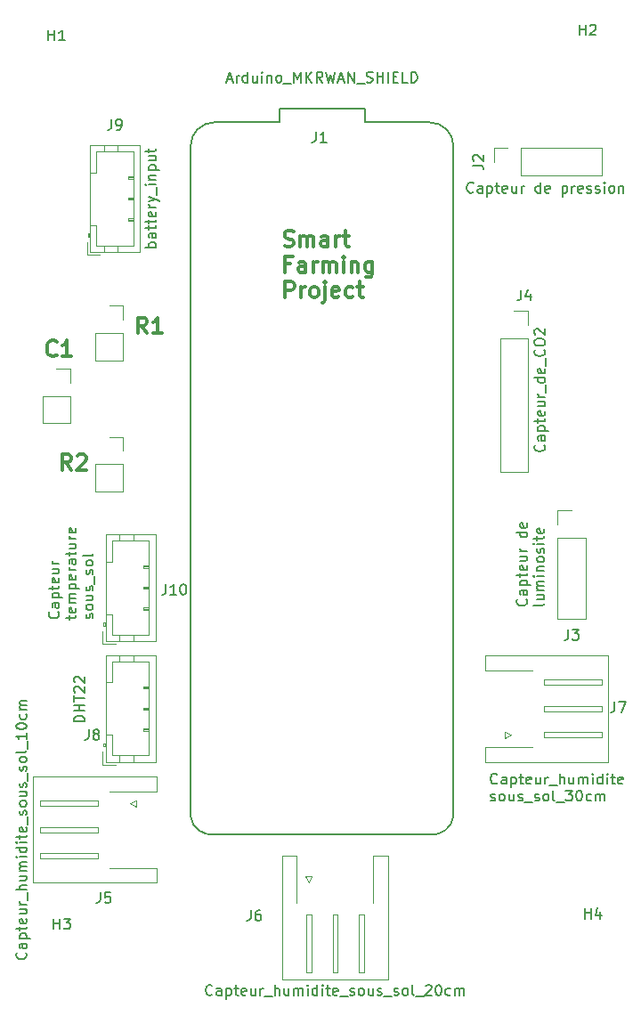
<source format=gbr>
%TF.GenerationSoftware,KiCad,Pcbnew,9.0.0*%
%TF.CreationDate,2025-03-11T09:25:04+01:00*%
%TF.ProjectId,farming_project,6661726d-696e-4675-9f70-726f6a656374,rev?*%
%TF.SameCoordinates,Original*%
%TF.FileFunction,Legend,Top*%
%TF.FilePolarity,Positive*%
%FSLAX46Y46*%
G04 Gerber Fmt 4.6, Leading zero omitted, Abs format (unit mm)*
G04 Created by KiCad (PCBNEW 9.0.0) date 2025-03-11 09:25:04*
%MOMM*%
%LPD*%
G01*
G04 APERTURE LIST*
%ADD10C,0.150000*%
%ADD11C,0.300000*%
%ADD12C,0.120000*%
%ADD13C,0.127000*%
G04 APERTURE END LIST*
D10*
X115154692Y-103291792D02*
X115202312Y-103339411D01*
X115202312Y-103339411D02*
X115249931Y-103482268D01*
X115249931Y-103482268D02*
X115249931Y-103577506D01*
X115249931Y-103577506D02*
X115202312Y-103720363D01*
X115202312Y-103720363D02*
X115107073Y-103815601D01*
X115107073Y-103815601D02*
X115011835Y-103863220D01*
X115011835Y-103863220D02*
X114821359Y-103910839D01*
X114821359Y-103910839D02*
X114678502Y-103910839D01*
X114678502Y-103910839D02*
X114488026Y-103863220D01*
X114488026Y-103863220D02*
X114392788Y-103815601D01*
X114392788Y-103815601D02*
X114297550Y-103720363D01*
X114297550Y-103720363D02*
X114249931Y-103577506D01*
X114249931Y-103577506D02*
X114249931Y-103482268D01*
X114249931Y-103482268D02*
X114297550Y-103339411D01*
X114297550Y-103339411D02*
X114345169Y-103291792D01*
X115249931Y-102434649D02*
X114726121Y-102434649D01*
X114726121Y-102434649D02*
X114630883Y-102482268D01*
X114630883Y-102482268D02*
X114583264Y-102577506D01*
X114583264Y-102577506D02*
X114583264Y-102767982D01*
X114583264Y-102767982D02*
X114630883Y-102863220D01*
X115202312Y-102434649D02*
X115249931Y-102529887D01*
X115249931Y-102529887D02*
X115249931Y-102767982D01*
X115249931Y-102767982D02*
X115202312Y-102863220D01*
X115202312Y-102863220D02*
X115107073Y-102910839D01*
X115107073Y-102910839D02*
X115011835Y-102910839D01*
X115011835Y-102910839D02*
X114916597Y-102863220D01*
X114916597Y-102863220D02*
X114868978Y-102767982D01*
X114868978Y-102767982D02*
X114868978Y-102529887D01*
X114868978Y-102529887D02*
X114821359Y-102434649D01*
X114583264Y-101958458D02*
X115583264Y-101958458D01*
X114630883Y-101958458D02*
X114583264Y-101863220D01*
X114583264Y-101863220D02*
X114583264Y-101672744D01*
X114583264Y-101672744D02*
X114630883Y-101577506D01*
X114630883Y-101577506D02*
X114678502Y-101529887D01*
X114678502Y-101529887D02*
X114773740Y-101482268D01*
X114773740Y-101482268D02*
X115059454Y-101482268D01*
X115059454Y-101482268D02*
X115154692Y-101529887D01*
X115154692Y-101529887D02*
X115202312Y-101577506D01*
X115202312Y-101577506D02*
X115249931Y-101672744D01*
X115249931Y-101672744D02*
X115249931Y-101863220D01*
X115249931Y-101863220D02*
X115202312Y-101958458D01*
X114583264Y-101196553D02*
X114583264Y-100815601D01*
X114249931Y-101053696D02*
X115107073Y-101053696D01*
X115107073Y-101053696D02*
X115202312Y-101006077D01*
X115202312Y-101006077D02*
X115249931Y-100910839D01*
X115249931Y-100910839D02*
X115249931Y-100815601D01*
X115202312Y-100101315D02*
X115249931Y-100196553D01*
X115249931Y-100196553D02*
X115249931Y-100387029D01*
X115249931Y-100387029D02*
X115202312Y-100482267D01*
X115202312Y-100482267D02*
X115107073Y-100529886D01*
X115107073Y-100529886D02*
X114726121Y-100529886D01*
X114726121Y-100529886D02*
X114630883Y-100482267D01*
X114630883Y-100482267D02*
X114583264Y-100387029D01*
X114583264Y-100387029D02*
X114583264Y-100196553D01*
X114583264Y-100196553D02*
X114630883Y-100101315D01*
X114630883Y-100101315D02*
X114726121Y-100053696D01*
X114726121Y-100053696D02*
X114821359Y-100053696D01*
X114821359Y-100053696D02*
X114916597Y-100529886D01*
X114583264Y-99196553D02*
X115249931Y-99196553D01*
X114583264Y-99625124D02*
X115107073Y-99625124D01*
X115107073Y-99625124D02*
X115202312Y-99577505D01*
X115202312Y-99577505D02*
X115249931Y-99482267D01*
X115249931Y-99482267D02*
X115249931Y-99339410D01*
X115249931Y-99339410D02*
X115202312Y-99244172D01*
X115202312Y-99244172D02*
X115154692Y-99196553D01*
X115249931Y-98720362D02*
X114583264Y-98720362D01*
X114773740Y-98720362D02*
X114678502Y-98672743D01*
X114678502Y-98672743D02*
X114630883Y-98625124D01*
X114630883Y-98625124D02*
X114583264Y-98529886D01*
X114583264Y-98529886D02*
X114583264Y-98434648D01*
X116193208Y-104006077D02*
X116193208Y-103625125D01*
X115859875Y-103863220D02*
X116717017Y-103863220D01*
X116717017Y-103863220D02*
X116812256Y-103815601D01*
X116812256Y-103815601D02*
X116859875Y-103720363D01*
X116859875Y-103720363D02*
X116859875Y-103625125D01*
X116812256Y-102910839D02*
X116859875Y-103006077D01*
X116859875Y-103006077D02*
X116859875Y-103196553D01*
X116859875Y-103196553D02*
X116812256Y-103291791D01*
X116812256Y-103291791D02*
X116717017Y-103339410D01*
X116717017Y-103339410D02*
X116336065Y-103339410D01*
X116336065Y-103339410D02*
X116240827Y-103291791D01*
X116240827Y-103291791D02*
X116193208Y-103196553D01*
X116193208Y-103196553D02*
X116193208Y-103006077D01*
X116193208Y-103006077D02*
X116240827Y-102910839D01*
X116240827Y-102910839D02*
X116336065Y-102863220D01*
X116336065Y-102863220D02*
X116431303Y-102863220D01*
X116431303Y-102863220D02*
X116526541Y-103339410D01*
X116859875Y-102434648D02*
X116193208Y-102434648D01*
X116288446Y-102434648D02*
X116240827Y-102387029D01*
X116240827Y-102387029D02*
X116193208Y-102291791D01*
X116193208Y-102291791D02*
X116193208Y-102148934D01*
X116193208Y-102148934D02*
X116240827Y-102053696D01*
X116240827Y-102053696D02*
X116336065Y-102006077D01*
X116336065Y-102006077D02*
X116859875Y-102006077D01*
X116336065Y-102006077D02*
X116240827Y-101958458D01*
X116240827Y-101958458D02*
X116193208Y-101863220D01*
X116193208Y-101863220D02*
X116193208Y-101720363D01*
X116193208Y-101720363D02*
X116240827Y-101625124D01*
X116240827Y-101625124D02*
X116336065Y-101577505D01*
X116336065Y-101577505D02*
X116859875Y-101577505D01*
X116193208Y-101101315D02*
X117193208Y-101101315D01*
X116240827Y-101101315D02*
X116193208Y-101006077D01*
X116193208Y-101006077D02*
X116193208Y-100815601D01*
X116193208Y-100815601D02*
X116240827Y-100720363D01*
X116240827Y-100720363D02*
X116288446Y-100672744D01*
X116288446Y-100672744D02*
X116383684Y-100625125D01*
X116383684Y-100625125D02*
X116669398Y-100625125D01*
X116669398Y-100625125D02*
X116764636Y-100672744D01*
X116764636Y-100672744D02*
X116812256Y-100720363D01*
X116812256Y-100720363D02*
X116859875Y-100815601D01*
X116859875Y-100815601D02*
X116859875Y-101006077D01*
X116859875Y-101006077D02*
X116812256Y-101101315D01*
X116812256Y-99815601D02*
X116859875Y-99910839D01*
X116859875Y-99910839D02*
X116859875Y-100101315D01*
X116859875Y-100101315D02*
X116812256Y-100196553D01*
X116812256Y-100196553D02*
X116717017Y-100244172D01*
X116717017Y-100244172D02*
X116336065Y-100244172D01*
X116336065Y-100244172D02*
X116240827Y-100196553D01*
X116240827Y-100196553D02*
X116193208Y-100101315D01*
X116193208Y-100101315D02*
X116193208Y-99910839D01*
X116193208Y-99910839D02*
X116240827Y-99815601D01*
X116240827Y-99815601D02*
X116336065Y-99767982D01*
X116336065Y-99767982D02*
X116431303Y-99767982D01*
X116431303Y-99767982D02*
X116526541Y-100244172D01*
X116859875Y-99339410D02*
X116193208Y-99339410D01*
X116383684Y-99339410D02*
X116288446Y-99291791D01*
X116288446Y-99291791D02*
X116240827Y-99244172D01*
X116240827Y-99244172D02*
X116193208Y-99148934D01*
X116193208Y-99148934D02*
X116193208Y-99053696D01*
X116859875Y-98291791D02*
X116336065Y-98291791D01*
X116336065Y-98291791D02*
X116240827Y-98339410D01*
X116240827Y-98339410D02*
X116193208Y-98434648D01*
X116193208Y-98434648D02*
X116193208Y-98625124D01*
X116193208Y-98625124D02*
X116240827Y-98720362D01*
X116812256Y-98291791D02*
X116859875Y-98387029D01*
X116859875Y-98387029D02*
X116859875Y-98625124D01*
X116859875Y-98625124D02*
X116812256Y-98720362D01*
X116812256Y-98720362D02*
X116717017Y-98767981D01*
X116717017Y-98767981D02*
X116621779Y-98767981D01*
X116621779Y-98767981D02*
X116526541Y-98720362D01*
X116526541Y-98720362D02*
X116478922Y-98625124D01*
X116478922Y-98625124D02*
X116478922Y-98387029D01*
X116478922Y-98387029D02*
X116431303Y-98291791D01*
X116193208Y-97958457D02*
X116193208Y-97577505D01*
X115859875Y-97815600D02*
X116717017Y-97815600D01*
X116717017Y-97815600D02*
X116812256Y-97767981D01*
X116812256Y-97767981D02*
X116859875Y-97672743D01*
X116859875Y-97672743D02*
X116859875Y-97577505D01*
X116193208Y-96815600D02*
X116859875Y-96815600D01*
X116193208Y-97244171D02*
X116717017Y-97244171D01*
X116717017Y-97244171D02*
X116812256Y-97196552D01*
X116812256Y-97196552D02*
X116859875Y-97101314D01*
X116859875Y-97101314D02*
X116859875Y-96958457D01*
X116859875Y-96958457D02*
X116812256Y-96863219D01*
X116812256Y-96863219D02*
X116764636Y-96815600D01*
X116859875Y-96339409D02*
X116193208Y-96339409D01*
X116383684Y-96339409D02*
X116288446Y-96291790D01*
X116288446Y-96291790D02*
X116240827Y-96244171D01*
X116240827Y-96244171D02*
X116193208Y-96148933D01*
X116193208Y-96148933D02*
X116193208Y-96053695D01*
X116812256Y-95339409D02*
X116859875Y-95434647D01*
X116859875Y-95434647D02*
X116859875Y-95625123D01*
X116859875Y-95625123D02*
X116812256Y-95720361D01*
X116812256Y-95720361D02*
X116717017Y-95767980D01*
X116717017Y-95767980D02*
X116336065Y-95767980D01*
X116336065Y-95767980D02*
X116240827Y-95720361D01*
X116240827Y-95720361D02*
X116193208Y-95625123D01*
X116193208Y-95625123D02*
X116193208Y-95434647D01*
X116193208Y-95434647D02*
X116240827Y-95339409D01*
X116240827Y-95339409D02*
X116336065Y-95291790D01*
X116336065Y-95291790D02*
X116431303Y-95291790D01*
X116431303Y-95291790D02*
X116526541Y-95767980D01*
X118422200Y-103910839D02*
X118469819Y-103815601D01*
X118469819Y-103815601D02*
X118469819Y-103625125D01*
X118469819Y-103625125D02*
X118422200Y-103529887D01*
X118422200Y-103529887D02*
X118326961Y-103482268D01*
X118326961Y-103482268D02*
X118279342Y-103482268D01*
X118279342Y-103482268D02*
X118184104Y-103529887D01*
X118184104Y-103529887D02*
X118136485Y-103625125D01*
X118136485Y-103625125D02*
X118136485Y-103767982D01*
X118136485Y-103767982D02*
X118088866Y-103863220D01*
X118088866Y-103863220D02*
X117993628Y-103910839D01*
X117993628Y-103910839D02*
X117946009Y-103910839D01*
X117946009Y-103910839D02*
X117850771Y-103863220D01*
X117850771Y-103863220D02*
X117803152Y-103767982D01*
X117803152Y-103767982D02*
X117803152Y-103625125D01*
X117803152Y-103625125D02*
X117850771Y-103529887D01*
X118469819Y-102910839D02*
X118422200Y-103006077D01*
X118422200Y-103006077D02*
X118374580Y-103053696D01*
X118374580Y-103053696D02*
X118279342Y-103101315D01*
X118279342Y-103101315D02*
X117993628Y-103101315D01*
X117993628Y-103101315D02*
X117898390Y-103053696D01*
X117898390Y-103053696D02*
X117850771Y-103006077D01*
X117850771Y-103006077D02*
X117803152Y-102910839D01*
X117803152Y-102910839D02*
X117803152Y-102767982D01*
X117803152Y-102767982D02*
X117850771Y-102672744D01*
X117850771Y-102672744D02*
X117898390Y-102625125D01*
X117898390Y-102625125D02*
X117993628Y-102577506D01*
X117993628Y-102577506D02*
X118279342Y-102577506D01*
X118279342Y-102577506D02*
X118374580Y-102625125D01*
X118374580Y-102625125D02*
X118422200Y-102672744D01*
X118422200Y-102672744D02*
X118469819Y-102767982D01*
X118469819Y-102767982D02*
X118469819Y-102910839D01*
X117803152Y-101720363D02*
X118469819Y-101720363D01*
X117803152Y-102148934D02*
X118326961Y-102148934D01*
X118326961Y-102148934D02*
X118422200Y-102101315D01*
X118422200Y-102101315D02*
X118469819Y-102006077D01*
X118469819Y-102006077D02*
X118469819Y-101863220D01*
X118469819Y-101863220D02*
X118422200Y-101767982D01*
X118422200Y-101767982D02*
X118374580Y-101720363D01*
X118422200Y-101291791D02*
X118469819Y-101196553D01*
X118469819Y-101196553D02*
X118469819Y-101006077D01*
X118469819Y-101006077D02*
X118422200Y-100910839D01*
X118422200Y-100910839D02*
X118326961Y-100863220D01*
X118326961Y-100863220D02*
X118279342Y-100863220D01*
X118279342Y-100863220D02*
X118184104Y-100910839D01*
X118184104Y-100910839D02*
X118136485Y-101006077D01*
X118136485Y-101006077D02*
X118136485Y-101148934D01*
X118136485Y-101148934D02*
X118088866Y-101244172D01*
X118088866Y-101244172D02*
X117993628Y-101291791D01*
X117993628Y-101291791D02*
X117946009Y-101291791D01*
X117946009Y-101291791D02*
X117850771Y-101244172D01*
X117850771Y-101244172D02*
X117803152Y-101148934D01*
X117803152Y-101148934D02*
X117803152Y-101006077D01*
X117803152Y-101006077D02*
X117850771Y-100910839D01*
X118565057Y-100672744D02*
X118565057Y-99910839D01*
X118422200Y-99720362D02*
X118469819Y-99625124D01*
X118469819Y-99625124D02*
X118469819Y-99434648D01*
X118469819Y-99434648D02*
X118422200Y-99339410D01*
X118422200Y-99339410D02*
X118326961Y-99291791D01*
X118326961Y-99291791D02*
X118279342Y-99291791D01*
X118279342Y-99291791D02*
X118184104Y-99339410D01*
X118184104Y-99339410D02*
X118136485Y-99434648D01*
X118136485Y-99434648D02*
X118136485Y-99577505D01*
X118136485Y-99577505D02*
X118088866Y-99672743D01*
X118088866Y-99672743D02*
X117993628Y-99720362D01*
X117993628Y-99720362D02*
X117946009Y-99720362D01*
X117946009Y-99720362D02*
X117850771Y-99672743D01*
X117850771Y-99672743D02*
X117803152Y-99577505D01*
X117803152Y-99577505D02*
X117803152Y-99434648D01*
X117803152Y-99434648D02*
X117850771Y-99339410D01*
X118469819Y-98720362D02*
X118422200Y-98815600D01*
X118422200Y-98815600D02*
X118374580Y-98863219D01*
X118374580Y-98863219D02*
X118279342Y-98910838D01*
X118279342Y-98910838D02*
X117993628Y-98910838D01*
X117993628Y-98910838D02*
X117898390Y-98863219D01*
X117898390Y-98863219D02*
X117850771Y-98815600D01*
X117850771Y-98815600D02*
X117803152Y-98720362D01*
X117803152Y-98720362D02*
X117803152Y-98577505D01*
X117803152Y-98577505D02*
X117850771Y-98482267D01*
X117850771Y-98482267D02*
X117898390Y-98434648D01*
X117898390Y-98434648D02*
X117993628Y-98387029D01*
X117993628Y-98387029D02*
X118279342Y-98387029D01*
X118279342Y-98387029D02*
X118374580Y-98434648D01*
X118374580Y-98434648D02*
X118422200Y-98482267D01*
X118422200Y-98482267D02*
X118469819Y-98577505D01*
X118469819Y-98577505D02*
X118469819Y-98720362D01*
X118469819Y-97815600D02*
X118422200Y-97910838D01*
X118422200Y-97910838D02*
X118326961Y-97958457D01*
X118326961Y-97958457D02*
X117469819Y-97958457D01*
D11*
X123611653Y-76800828D02*
X123111653Y-76086542D01*
X122754510Y-76800828D02*
X122754510Y-75300828D01*
X122754510Y-75300828D02*
X123325939Y-75300828D01*
X123325939Y-75300828D02*
X123468796Y-75372257D01*
X123468796Y-75372257D02*
X123540225Y-75443685D01*
X123540225Y-75443685D02*
X123611653Y-75586542D01*
X123611653Y-75586542D02*
X123611653Y-75800828D01*
X123611653Y-75800828D02*
X123540225Y-75943685D01*
X123540225Y-75943685D02*
X123468796Y-76015114D01*
X123468796Y-76015114D02*
X123325939Y-76086542D01*
X123325939Y-76086542D02*
X122754510Y-76086542D01*
X125040225Y-76800828D02*
X124183082Y-76800828D01*
X124611653Y-76800828D02*
X124611653Y-75300828D01*
X124611653Y-75300828D02*
X124468796Y-75515114D01*
X124468796Y-75515114D02*
X124325939Y-75657971D01*
X124325939Y-75657971D02*
X124183082Y-75729400D01*
X115011653Y-78857971D02*
X114940225Y-78929400D01*
X114940225Y-78929400D02*
X114725939Y-79000828D01*
X114725939Y-79000828D02*
X114583082Y-79000828D01*
X114583082Y-79000828D02*
X114368796Y-78929400D01*
X114368796Y-78929400D02*
X114225939Y-78786542D01*
X114225939Y-78786542D02*
X114154510Y-78643685D01*
X114154510Y-78643685D02*
X114083082Y-78357971D01*
X114083082Y-78357971D02*
X114083082Y-78143685D01*
X114083082Y-78143685D02*
X114154510Y-77857971D01*
X114154510Y-77857971D02*
X114225939Y-77715114D01*
X114225939Y-77715114D02*
X114368796Y-77572257D01*
X114368796Y-77572257D02*
X114583082Y-77500828D01*
X114583082Y-77500828D02*
X114725939Y-77500828D01*
X114725939Y-77500828D02*
X114940225Y-77572257D01*
X114940225Y-77572257D02*
X115011653Y-77643685D01*
X116440225Y-79000828D02*
X115583082Y-79000828D01*
X116011653Y-79000828D02*
X116011653Y-77500828D01*
X116011653Y-77500828D02*
X115868796Y-77715114D01*
X115868796Y-77715114D02*
X115725939Y-77857971D01*
X115725939Y-77857971D02*
X115583082Y-77929400D01*
X136683082Y-68499568D02*
X136897368Y-68570996D01*
X136897368Y-68570996D02*
X137254510Y-68570996D01*
X137254510Y-68570996D02*
X137397368Y-68499568D01*
X137397368Y-68499568D02*
X137468796Y-68428139D01*
X137468796Y-68428139D02*
X137540225Y-68285282D01*
X137540225Y-68285282D02*
X137540225Y-68142425D01*
X137540225Y-68142425D02*
X137468796Y-67999568D01*
X137468796Y-67999568D02*
X137397368Y-67928139D01*
X137397368Y-67928139D02*
X137254510Y-67856710D01*
X137254510Y-67856710D02*
X136968796Y-67785282D01*
X136968796Y-67785282D02*
X136825939Y-67713853D01*
X136825939Y-67713853D02*
X136754510Y-67642425D01*
X136754510Y-67642425D02*
X136683082Y-67499568D01*
X136683082Y-67499568D02*
X136683082Y-67356710D01*
X136683082Y-67356710D02*
X136754510Y-67213853D01*
X136754510Y-67213853D02*
X136825939Y-67142425D01*
X136825939Y-67142425D02*
X136968796Y-67070996D01*
X136968796Y-67070996D02*
X137325939Y-67070996D01*
X137325939Y-67070996D02*
X137540225Y-67142425D01*
X138183081Y-68570996D02*
X138183081Y-67570996D01*
X138183081Y-67713853D02*
X138254510Y-67642425D01*
X138254510Y-67642425D02*
X138397367Y-67570996D01*
X138397367Y-67570996D02*
X138611653Y-67570996D01*
X138611653Y-67570996D02*
X138754510Y-67642425D01*
X138754510Y-67642425D02*
X138825939Y-67785282D01*
X138825939Y-67785282D02*
X138825939Y-68570996D01*
X138825939Y-67785282D02*
X138897367Y-67642425D01*
X138897367Y-67642425D02*
X139040224Y-67570996D01*
X139040224Y-67570996D02*
X139254510Y-67570996D01*
X139254510Y-67570996D02*
X139397367Y-67642425D01*
X139397367Y-67642425D02*
X139468796Y-67785282D01*
X139468796Y-67785282D02*
X139468796Y-68570996D01*
X140825939Y-68570996D02*
X140825939Y-67785282D01*
X140825939Y-67785282D02*
X140754510Y-67642425D01*
X140754510Y-67642425D02*
X140611653Y-67570996D01*
X140611653Y-67570996D02*
X140325939Y-67570996D01*
X140325939Y-67570996D02*
X140183081Y-67642425D01*
X140825939Y-68499568D02*
X140683081Y-68570996D01*
X140683081Y-68570996D02*
X140325939Y-68570996D01*
X140325939Y-68570996D02*
X140183081Y-68499568D01*
X140183081Y-68499568D02*
X140111653Y-68356710D01*
X140111653Y-68356710D02*
X140111653Y-68213853D01*
X140111653Y-68213853D02*
X140183081Y-68070996D01*
X140183081Y-68070996D02*
X140325939Y-67999568D01*
X140325939Y-67999568D02*
X140683081Y-67999568D01*
X140683081Y-67999568D02*
X140825939Y-67928139D01*
X141540224Y-68570996D02*
X141540224Y-67570996D01*
X141540224Y-67856710D02*
X141611653Y-67713853D01*
X141611653Y-67713853D02*
X141683082Y-67642425D01*
X141683082Y-67642425D02*
X141825939Y-67570996D01*
X141825939Y-67570996D02*
X141968796Y-67570996D01*
X142254510Y-67570996D02*
X142825938Y-67570996D01*
X142468795Y-67070996D02*
X142468795Y-68356710D01*
X142468795Y-68356710D02*
X142540224Y-68499568D01*
X142540224Y-68499568D02*
X142683081Y-68570996D01*
X142683081Y-68570996D02*
X142825938Y-68570996D01*
X137254510Y-70200198D02*
X136754510Y-70200198D01*
X136754510Y-70985912D02*
X136754510Y-69485912D01*
X136754510Y-69485912D02*
X137468796Y-69485912D01*
X138683082Y-70985912D02*
X138683082Y-70200198D01*
X138683082Y-70200198D02*
X138611653Y-70057341D01*
X138611653Y-70057341D02*
X138468796Y-69985912D01*
X138468796Y-69985912D02*
X138183082Y-69985912D01*
X138183082Y-69985912D02*
X138040224Y-70057341D01*
X138683082Y-70914484D02*
X138540224Y-70985912D01*
X138540224Y-70985912D02*
X138183082Y-70985912D01*
X138183082Y-70985912D02*
X138040224Y-70914484D01*
X138040224Y-70914484D02*
X137968796Y-70771626D01*
X137968796Y-70771626D02*
X137968796Y-70628769D01*
X137968796Y-70628769D02*
X138040224Y-70485912D01*
X138040224Y-70485912D02*
X138183082Y-70414484D01*
X138183082Y-70414484D02*
X138540224Y-70414484D01*
X138540224Y-70414484D02*
X138683082Y-70343055D01*
X139397367Y-70985912D02*
X139397367Y-69985912D01*
X139397367Y-70271626D02*
X139468796Y-70128769D01*
X139468796Y-70128769D02*
X139540225Y-70057341D01*
X139540225Y-70057341D02*
X139683082Y-69985912D01*
X139683082Y-69985912D02*
X139825939Y-69985912D01*
X140325938Y-70985912D02*
X140325938Y-69985912D01*
X140325938Y-70128769D02*
X140397367Y-70057341D01*
X140397367Y-70057341D02*
X140540224Y-69985912D01*
X140540224Y-69985912D02*
X140754510Y-69985912D01*
X140754510Y-69985912D02*
X140897367Y-70057341D01*
X140897367Y-70057341D02*
X140968796Y-70200198D01*
X140968796Y-70200198D02*
X140968796Y-70985912D01*
X140968796Y-70200198D02*
X141040224Y-70057341D01*
X141040224Y-70057341D02*
X141183081Y-69985912D01*
X141183081Y-69985912D02*
X141397367Y-69985912D01*
X141397367Y-69985912D02*
X141540224Y-70057341D01*
X141540224Y-70057341D02*
X141611653Y-70200198D01*
X141611653Y-70200198D02*
X141611653Y-70985912D01*
X142325938Y-70985912D02*
X142325938Y-69985912D01*
X142325938Y-69485912D02*
X142254510Y-69557341D01*
X142254510Y-69557341D02*
X142325938Y-69628769D01*
X142325938Y-69628769D02*
X142397367Y-69557341D01*
X142397367Y-69557341D02*
X142325938Y-69485912D01*
X142325938Y-69485912D02*
X142325938Y-69628769D01*
X143040224Y-69985912D02*
X143040224Y-70985912D01*
X143040224Y-70128769D02*
X143111653Y-70057341D01*
X143111653Y-70057341D02*
X143254510Y-69985912D01*
X143254510Y-69985912D02*
X143468796Y-69985912D01*
X143468796Y-69985912D02*
X143611653Y-70057341D01*
X143611653Y-70057341D02*
X143683082Y-70200198D01*
X143683082Y-70200198D02*
X143683082Y-70985912D01*
X145040225Y-69985912D02*
X145040225Y-71200198D01*
X145040225Y-71200198D02*
X144968796Y-71343055D01*
X144968796Y-71343055D02*
X144897367Y-71414484D01*
X144897367Y-71414484D02*
X144754510Y-71485912D01*
X144754510Y-71485912D02*
X144540225Y-71485912D01*
X144540225Y-71485912D02*
X144397367Y-71414484D01*
X145040225Y-70914484D02*
X144897367Y-70985912D01*
X144897367Y-70985912D02*
X144611653Y-70985912D01*
X144611653Y-70985912D02*
X144468796Y-70914484D01*
X144468796Y-70914484D02*
X144397367Y-70843055D01*
X144397367Y-70843055D02*
X144325939Y-70700198D01*
X144325939Y-70700198D02*
X144325939Y-70271626D01*
X144325939Y-70271626D02*
X144397367Y-70128769D01*
X144397367Y-70128769D02*
X144468796Y-70057341D01*
X144468796Y-70057341D02*
X144611653Y-69985912D01*
X144611653Y-69985912D02*
X144897367Y-69985912D01*
X144897367Y-69985912D02*
X145040225Y-70057341D01*
X136754510Y-73400828D02*
X136754510Y-71900828D01*
X136754510Y-71900828D02*
X137325939Y-71900828D01*
X137325939Y-71900828D02*
X137468796Y-71972257D01*
X137468796Y-71972257D02*
X137540225Y-72043685D01*
X137540225Y-72043685D02*
X137611653Y-72186542D01*
X137611653Y-72186542D02*
X137611653Y-72400828D01*
X137611653Y-72400828D02*
X137540225Y-72543685D01*
X137540225Y-72543685D02*
X137468796Y-72615114D01*
X137468796Y-72615114D02*
X137325939Y-72686542D01*
X137325939Y-72686542D02*
X136754510Y-72686542D01*
X138254510Y-73400828D02*
X138254510Y-72400828D01*
X138254510Y-72686542D02*
X138325939Y-72543685D01*
X138325939Y-72543685D02*
X138397368Y-72472257D01*
X138397368Y-72472257D02*
X138540225Y-72400828D01*
X138540225Y-72400828D02*
X138683082Y-72400828D01*
X139397367Y-73400828D02*
X139254510Y-73329400D01*
X139254510Y-73329400D02*
X139183081Y-73257971D01*
X139183081Y-73257971D02*
X139111653Y-73115114D01*
X139111653Y-73115114D02*
X139111653Y-72686542D01*
X139111653Y-72686542D02*
X139183081Y-72543685D01*
X139183081Y-72543685D02*
X139254510Y-72472257D01*
X139254510Y-72472257D02*
X139397367Y-72400828D01*
X139397367Y-72400828D02*
X139611653Y-72400828D01*
X139611653Y-72400828D02*
X139754510Y-72472257D01*
X139754510Y-72472257D02*
X139825939Y-72543685D01*
X139825939Y-72543685D02*
X139897367Y-72686542D01*
X139897367Y-72686542D02*
X139897367Y-73115114D01*
X139897367Y-73115114D02*
X139825939Y-73257971D01*
X139825939Y-73257971D02*
X139754510Y-73329400D01*
X139754510Y-73329400D02*
X139611653Y-73400828D01*
X139611653Y-73400828D02*
X139397367Y-73400828D01*
X140540224Y-72400828D02*
X140540224Y-73686542D01*
X140540224Y-73686542D02*
X140468796Y-73829400D01*
X140468796Y-73829400D02*
X140325939Y-73900828D01*
X140325939Y-73900828D02*
X140254510Y-73900828D01*
X140540224Y-71900828D02*
X140468796Y-71972257D01*
X140468796Y-71972257D02*
X140540224Y-72043685D01*
X140540224Y-72043685D02*
X140611653Y-71972257D01*
X140611653Y-71972257D02*
X140540224Y-71900828D01*
X140540224Y-71900828D02*
X140540224Y-72043685D01*
X141825939Y-73329400D02*
X141683082Y-73400828D01*
X141683082Y-73400828D02*
X141397368Y-73400828D01*
X141397368Y-73400828D02*
X141254510Y-73329400D01*
X141254510Y-73329400D02*
X141183082Y-73186542D01*
X141183082Y-73186542D02*
X141183082Y-72615114D01*
X141183082Y-72615114D02*
X141254510Y-72472257D01*
X141254510Y-72472257D02*
X141397368Y-72400828D01*
X141397368Y-72400828D02*
X141683082Y-72400828D01*
X141683082Y-72400828D02*
X141825939Y-72472257D01*
X141825939Y-72472257D02*
X141897368Y-72615114D01*
X141897368Y-72615114D02*
X141897368Y-72757971D01*
X141897368Y-72757971D02*
X141183082Y-72900828D01*
X143183082Y-73329400D02*
X143040224Y-73400828D01*
X143040224Y-73400828D02*
X142754510Y-73400828D01*
X142754510Y-73400828D02*
X142611653Y-73329400D01*
X142611653Y-73329400D02*
X142540224Y-73257971D01*
X142540224Y-73257971D02*
X142468796Y-73115114D01*
X142468796Y-73115114D02*
X142468796Y-72686542D01*
X142468796Y-72686542D02*
X142540224Y-72543685D01*
X142540224Y-72543685D02*
X142611653Y-72472257D01*
X142611653Y-72472257D02*
X142754510Y-72400828D01*
X142754510Y-72400828D02*
X143040224Y-72400828D01*
X143040224Y-72400828D02*
X143183082Y-72472257D01*
X143611653Y-72400828D02*
X144183081Y-72400828D01*
X143825938Y-71900828D02*
X143825938Y-73186542D01*
X143825938Y-73186542D02*
X143897367Y-73329400D01*
X143897367Y-73329400D02*
X144040224Y-73400828D01*
X144040224Y-73400828D02*
X144183081Y-73400828D01*
D10*
X156908207Y-119564636D02*
X156860588Y-119612256D01*
X156860588Y-119612256D02*
X156717731Y-119659875D01*
X156717731Y-119659875D02*
X156622493Y-119659875D01*
X156622493Y-119659875D02*
X156479636Y-119612256D01*
X156479636Y-119612256D02*
X156384398Y-119517017D01*
X156384398Y-119517017D02*
X156336779Y-119421779D01*
X156336779Y-119421779D02*
X156289160Y-119231303D01*
X156289160Y-119231303D02*
X156289160Y-119088446D01*
X156289160Y-119088446D02*
X156336779Y-118897970D01*
X156336779Y-118897970D02*
X156384398Y-118802732D01*
X156384398Y-118802732D02*
X156479636Y-118707494D01*
X156479636Y-118707494D02*
X156622493Y-118659875D01*
X156622493Y-118659875D02*
X156717731Y-118659875D01*
X156717731Y-118659875D02*
X156860588Y-118707494D01*
X156860588Y-118707494D02*
X156908207Y-118755113D01*
X157765350Y-119659875D02*
X157765350Y-119136065D01*
X157765350Y-119136065D02*
X157717731Y-119040827D01*
X157717731Y-119040827D02*
X157622493Y-118993208D01*
X157622493Y-118993208D02*
X157432017Y-118993208D01*
X157432017Y-118993208D02*
X157336779Y-119040827D01*
X157765350Y-119612256D02*
X157670112Y-119659875D01*
X157670112Y-119659875D02*
X157432017Y-119659875D01*
X157432017Y-119659875D02*
X157336779Y-119612256D01*
X157336779Y-119612256D02*
X157289160Y-119517017D01*
X157289160Y-119517017D02*
X157289160Y-119421779D01*
X157289160Y-119421779D02*
X157336779Y-119326541D01*
X157336779Y-119326541D02*
X157432017Y-119278922D01*
X157432017Y-119278922D02*
X157670112Y-119278922D01*
X157670112Y-119278922D02*
X157765350Y-119231303D01*
X158241541Y-118993208D02*
X158241541Y-119993208D01*
X158241541Y-119040827D02*
X158336779Y-118993208D01*
X158336779Y-118993208D02*
X158527255Y-118993208D01*
X158527255Y-118993208D02*
X158622493Y-119040827D01*
X158622493Y-119040827D02*
X158670112Y-119088446D01*
X158670112Y-119088446D02*
X158717731Y-119183684D01*
X158717731Y-119183684D02*
X158717731Y-119469398D01*
X158717731Y-119469398D02*
X158670112Y-119564636D01*
X158670112Y-119564636D02*
X158622493Y-119612256D01*
X158622493Y-119612256D02*
X158527255Y-119659875D01*
X158527255Y-119659875D02*
X158336779Y-119659875D01*
X158336779Y-119659875D02*
X158241541Y-119612256D01*
X159003446Y-118993208D02*
X159384398Y-118993208D01*
X159146303Y-118659875D02*
X159146303Y-119517017D01*
X159146303Y-119517017D02*
X159193922Y-119612256D01*
X159193922Y-119612256D02*
X159289160Y-119659875D01*
X159289160Y-119659875D02*
X159384398Y-119659875D01*
X160098684Y-119612256D02*
X160003446Y-119659875D01*
X160003446Y-119659875D02*
X159812970Y-119659875D01*
X159812970Y-119659875D02*
X159717732Y-119612256D01*
X159717732Y-119612256D02*
X159670113Y-119517017D01*
X159670113Y-119517017D02*
X159670113Y-119136065D01*
X159670113Y-119136065D02*
X159717732Y-119040827D01*
X159717732Y-119040827D02*
X159812970Y-118993208D01*
X159812970Y-118993208D02*
X160003446Y-118993208D01*
X160003446Y-118993208D02*
X160098684Y-119040827D01*
X160098684Y-119040827D02*
X160146303Y-119136065D01*
X160146303Y-119136065D02*
X160146303Y-119231303D01*
X160146303Y-119231303D02*
X159670113Y-119326541D01*
X161003446Y-118993208D02*
X161003446Y-119659875D01*
X160574875Y-118993208D02*
X160574875Y-119517017D01*
X160574875Y-119517017D02*
X160622494Y-119612256D01*
X160622494Y-119612256D02*
X160717732Y-119659875D01*
X160717732Y-119659875D02*
X160860589Y-119659875D01*
X160860589Y-119659875D02*
X160955827Y-119612256D01*
X160955827Y-119612256D02*
X161003446Y-119564636D01*
X161479637Y-119659875D02*
X161479637Y-118993208D01*
X161479637Y-119183684D02*
X161527256Y-119088446D01*
X161527256Y-119088446D02*
X161574875Y-119040827D01*
X161574875Y-119040827D02*
X161670113Y-118993208D01*
X161670113Y-118993208D02*
X161765351Y-118993208D01*
X161860590Y-119755113D02*
X162622494Y-119755113D01*
X162860590Y-119659875D02*
X162860590Y-118659875D01*
X163289161Y-119659875D02*
X163289161Y-119136065D01*
X163289161Y-119136065D02*
X163241542Y-119040827D01*
X163241542Y-119040827D02*
X163146304Y-118993208D01*
X163146304Y-118993208D02*
X163003447Y-118993208D01*
X163003447Y-118993208D02*
X162908209Y-119040827D01*
X162908209Y-119040827D02*
X162860590Y-119088446D01*
X164193923Y-118993208D02*
X164193923Y-119659875D01*
X163765352Y-118993208D02*
X163765352Y-119517017D01*
X163765352Y-119517017D02*
X163812971Y-119612256D01*
X163812971Y-119612256D02*
X163908209Y-119659875D01*
X163908209Y-119659875D02*
X164051066Y-119659875D01*
X164051066Y-119659875D02*
X164146304Y-119612256D01*
X164146304Y-119612256D02*
X164193923Y-119564636D01*
X164670114Y-119659875D02*
X164670114Y-118993208D01*
X164670114Y-119088446D02*
X164717733Y-119040827D01*
X164717733Y-119040827D02*
X164812971Y-118993208D01*
X164812971Y-118993208D02*
X164955828Y-118993208D01*
X164955828Y-118993208D02*
X165051066Y-119040827D01*
X165051066Y-119040827D02*
X165098685Y-119136065D01*
X165098685Y-119136065D02*
X165098685Y-119659875D01*
X165098685Y-119136065D02*
X165146304Y-119040827D01*
X165146304Y-119040827D02*
X165241542Y-118993208D01*
X165241542Y-118993208D02*
X165384399Y-118993208D01*
X165384399Y-118993208D02*
X165479638Y-119040827D01*
X165479638Y-119040827D02*
X165527257Y-119136065D01*
X165527257Y-119136065D02*
X165527257Y-119659875D01*
X166003447Y-119659875D02*
X166003447Y-118993208D01*
X166003447Y-118659875D02*
X165955828Y-118707494D01*
X165955828Y-118707494D02*
X166003447Y-118755113D01*
X166003447Y-118755113D02*
X166051066Y-118707494D01*
X166051066Y-118707494D02*
X166003447Y-118659875D01*
X166003447Y-118659875D02*
X166003447Y-118755113D01*
X166908208Y-119659875D02*
X166908208Y-118659875D01*
X166908208Y-119612256D02*
X166812970Y-119659875D01*
X166812970Y-119659875D02*
X166622494Y-119659875D01*
X166622494Y-119659875D02*
X166527256Y-119612256D01*
X166527256Y-119612256D02*
X166479637Y-119564636D01*
X166479637Y-119564636D02*
X166432018Y-119469398D01*
X166432018Y-119469398D02*
X166432018Y-119183684D01*
X166432018Y-119183684D02*
X166479637Y-119088446D01*
X166479637Y-119088446D02*
X166527256Y-119040827D01*
X166527256Y-119040827D02*
X166622494Y-118993208D01*
X166622494Y-118993208D02*
X166812970Y-118993208D01*
X166812970Y-118993208D02*
X166908208Y-119040827D01*
X167384399Y-119659875D02*
X167384399Y-118993208D01*
X167384399Y-118659875D02*
X167336780Y-118707494D01*
X167336780Y-118707494D02*
X167384399Y-118755113D01*
X167384399Y-118755113D02*
X167432018Y-118707494D01*
X167432018Y-118707494D02*
X167384399Y-118659875D01*
X167384399Y-118659875D02*
X167384399Y-118755113D01*
X167717732Y-118993208D02*
X168098684Y-118993208D01*
X167860589Y-118659875D02*
X167860589Y-119517017D01*
X167860589Y-119517017D02*
X167908208Y-119612256D01*
X167908208Y-119612256D02*
X168003446Y-119659875D01*
X168003446Y-119659875D02*
X168098684Y-119659875D01*
X168812970Y-119612256D02*
X168717732Y-119659875D01*
X168717732Y-119659875D02*
X168527256Y-119659875D01*
X168527256Y-119659875D02*
X168432018Y-119612256D01*
X168432018Y-119612256D02*
X168384399Y-119517017D01*
X168384399Y-119517017D02*
X168384399Y-119136065D01*
X168384399Y-119136065D02*
X168432018Y-119040827D01*
X168432018Y-119040827D02*
X168527256Y-118993208D01*
X168527256Y-118993208D02*
X168717732Y-118993208D01*
X168717732Y-118993208D02*
X168812970Y-119040827D01*
X168812970Y-119040827D02*
X168860589Y-119136065D01*
X168860589Y-119136065D02*
X168860589Y-119231303D01*
X168860589Y-119231303D02*
X168384399Y-119326541D01*
X156289160Y-121222200D02*
X156384398Y-121269819D01*
X156384398Y-121269819D02*
X156574874Y-121269819D01*
X156574874Y-121269819D02*
X156670112Y-121222200D01*
X156670112Y-121222200D02*
X156717731Y-121126961D01*
X156717731Y-121126961D02*
X156717731Y-121079342D01*
X156717731Y-121079342D02*
X156670112Y-120984104D01*
X156670112Y-120984104D02*
X156574874Y-120936485D01*
X156574874Y-120936485D02*
X156432017Y-120936485D01*
X156432017Y-120936485D02*
X156336779Y-120888866D01*
X156336779Y-120888866D02*
X156289160Y-120793628D01*
X156289160Y-120793628D02*
X156289160Y-120746009D01*
X156289160Y-120746009D02*
X156336779Y-120650771D01*
X156336779Y-120650771D02*
X156432017Y-120603152D01*
X156432017Y-120603152D02*
X156574874Y-120603152D01*
X156574874Y-120603152D02*
X156670112Y-120650771D01*
X157289160Y-121269819D02*
X157193922Y-121222200D01*
X157193922Y-121222200D02*
X157146303Y-121174580D01*
X157146303Y-121174580D02*
X157098684Y-121079342D01*
X157098684Y-121079342D02*
X157098684Y-120793628D01*
X157098684Y-120793628D02*
X157146303Y-120698390D01*
X157146303Y-120698390D02*
X157193922Y-120650771D01*
X157193922Y-120650771D02*
X157289160Y-120603152D01*
X157289160Y-120603152D02*
X157432017Y-120603152D01*
X157432017Y-120603152D02*
X157527255Y-120650771D01*
X157527255Y-120650771D02*
X157574874Y-120698390D01*
X157574874Y-120698390D02*
X157622493Y-120793628D01*
X157622493Y-120793628D02*
X157622493Y-121079342D01*
X157622493Y-121079342D02*
X157574874Y-121174580D01*
X157574874Y-121174580D02*
X157527255Y-121222200D01*
X157527255Y-121222200D02*
X157432017Y-121269819D01*
X157432017Y-121269819D02*
X157289160Y-121269819D01*
X158479636Y-120603152D02*
X158479636Y-121269819D01*
X158051065Y-120603152D02*
X158051065Y-121126961D01*
X158051065Y-121126961D02*
X158098684Y-121222200D01*
X158098684Y-121222200D02*
X158193922Y-121269819D01*
X158193922Y-121269819D02*
X158336779Y-121269819D01*
X158336779Y-121269819D02*
X158432017Y-121222200D01*
X158432017Y-121222200D02*
X158479636Y-121174580D01*
X158908208Y-121222200D02*
X159003446Y-121269819D01*
X159003446Y-121269819D02*
X159193922Y-121269819D01*
X159193922Y-121269819D02*
X159289160Y-121222200D01*
X159289160Y-121222200D02*
X159336779Y-121126961D01*
X159336779Y-121126961D02*
X159336779Y-121079342D01*
X159336779Y-121079342D02*
X159289160Y-120984104D01*
X159289160Y-120984104D02*
X159193922Y-120936485D01*
X159193922Y-120936485D02*
X159051065Y-120936485D01*
X159051065Y-120936485D02*
X158955827Y-120888866D01*
X158955827Y-120888866D02*
X158908208Y-120793628D01*
X158908208Y-120793628D02*
X158908208Y-120746009D01*
X158908208Y-120746009D02*
X158955827Y-120650771D01*
X158955827Y-120650771D02*
X159051065Y-120603152D01*
X159051065Y-120603152D02*
X159193922Y-120603152D01*
X159193922Y-120603152D02*
X159289160Y-120650771D01*
X159527256Y-121365057D02*
X160289160Y-121365057D01*
X160479637Y-121222200D02*
X160574875Y-121269819D01*
X160574875Y-121269819D02*
X160765351Y-121269819D01*
X160765351Y-121269819D02*
X160860589Y-121222200D01*
X160860589Y-121222200D02*
X160908208Y-121126961D01*
X160908208Y-121126961D02*
X160908208Y-121079342D01*
X160908208Y-121079342D02*
X160860589Y-120984104D01*
X160860589Y-120984104D02*
X160765351Y-120936485D01*
X160765351Y-120936485D02*
X160622494Y-120936485D01*
X160622494Y-120936485D02*
X160527256Y-120888866D01*
X160527256Y-120888866D02*
X160479637Y-120793628D01*
X160479637Y-120793628D02*
X160479637Y-120746009D01*
X160479637Y-120746009D02*
X160527256Y-120650771D01*
X160527256Y-120650771D02*
X160622494Y-120603152D01*
X160622494Y-120603152D02*
X160765351Y-120603152D01*
X160765351Y-120603152D02*
X160860589Y-120650771D01*
X161479637Y-121269819D02*
X161384399Y-121222200D01*
X161384399Y-121222200D02*
X161336780Y-121174580D01*
X161336780Y-121174580D02*
X161289161Y-121079342D01*
X161289161Y-121079342D02*
X161289161Y-120793628D01*
X161289161Y-120793628D02*
X161336780Y-120698390D01*
X161336780Y-120698390D02*
X161384399Y-120650771D01*
X161384399Y-120650771D02*
X161479637Y-120603152D01*
X161479637Y-120603152D02*
X161622494Y-120603152D01*
X161622494Y-120603152D02*
X161717732Y-120650771D01*
X161717732Y-120650771D02*
X161765351Y-120698390D01*
X161765351Y-120698390D02*
X161812970Y-120793628D01*
X161812970Y-120793628D02*
X161812970Y-121079342D01*
X161812970Y-121079342D02*
X161765351Y-121174580D01*
X161765351Y-121174580D02*
X161717732Y-121222200D01*
X161717732Y-121222200D02*
X161622494Y-121269819D01*
X161622494Y-121269819D02*
X161479637Y-121269819D01*
X162384399Y-121269819D02*
X162289161Y-121222200D01*
X162289161Y-121222200D02*
X162241542Y-121126961D01*
X162241542Y-121126961D02*
X162241542Y-120269819D01*
X162527257Y-121365057D02*
X163289161Y-121365057D01*
X163432019Y-120269819D02*
X164051066Y-120269819D01*
X164051066Y-120269819D02*
X163717733Y-120650771D01*
X163717733Y-120650771D02*
X163860590Y-120650771D01*
X163860590Y-120650771D02*
X163955828Y-120698390D01*
X163955828Y-120698390D02*
X164003447Y-120746009D01*
X164003447Y-120746009D02*
X164051066Y-120841247D01*
X164051066Y-120841247D02*
X164051066Y-121079342D01*
X164051066Y-121079342D02*
X164003447Y-121174580D01*
X164003447Y-121174580D02*
X163955828Y-121222200D01*
X163955828Y-121222200D02*
X163860590Y-121269819D01*
X163860590Y-121269819D02*
X163574876Y-121269819D01*
X163574876Y-121269819D02*
X163479638Y-121222200D01*
X163479638Y-121222200D02*
X163432019Y-121174580D01*
X164670114Y-120269819D02*
X164765352Y-120269819D01*
X164765352Y-120269819D02*
X164860590Y-120317438D01*
X164860590Y-120317438D02*
X164908209Y-120365057D01*
X164908209Y-120365057D02*
X164955828Y-120460295D01*
X164955828Y-120460295D02*
X165003447Y-120650771D01*
X165003447Y-120650771D02*
X165003447Y-120888866D01*
X165003447Y-120888866D02*
X164955828Y-121079342D01*
X164955828Y-121079342D02*
X164908209Y-121174580D01*
X164908209Y-121174580D02*
X164860590Y-121222200D01*
X164860590Y-121222200D02*
X164765352Y-121269819D01*
X164765352Y-121269819D02*
X164670114Y-121269819D01*
X164670114Y-121269819D02*
X164574876Y-121222200D01*
X164574876Y-121222200D02*
X164527257Y-121174580D01*
X164527257Y-121174580D02*
X164479638Y-121079342D01*
X164479638Y-121079342D02*
X164432019Y-120888866D01*
X164432019Y-120888866D02*
X164432019Y-120650771D01*
X164432019Y-120650771D02*
X164479638Y-120460295D01*
X164479638Y-120460295D02*
X164527257Y-120365057D01*
X164527257Y-120365057D02*
X164574876Y-120317438D01*
X164574876Y-120317438D02*
X164670114Y-120269819D01*
X165860590Y-121222200D02*
X165765352Y-121269819D01*
X165765352Y-121269819D02*
X165574876Y-121269819D01*
X165574876Y-121269819D02*
X165479638Y-121222200D01*
X165479638Y-121222200D02*
X165432019Y-121174580D01*
X165432019Y-121174580D02*
X165384400Y-121079342D01*
X165384400Y-121079342D02*
X165384400Y-120793628D01*
X165384400Y-120793628D02*
X165432019Y-120698390D01*
X165432019Y-120698390D02*
X165479638Y-120650771D01*
X165479638Y-120650771D02*
X165574876Y-120603152D01*
X165574876Y-120603152D02*
X165765352Y-120603152D01*
X165765352Y-120603152D02*
X165860590Y-120650771D01*
X166289162Y-121269819D02*
X166289162Y-120603152D01*
X166289162Y-120698390D02*
X166336781Y-120650771D01*
X166336781Y-120650771D02*
X166432019Y-120603152D01*
X166432019Y-120603152D02*
X166574876Y-120603152D01*
X166574876Y-120603152D02*
X166670114Y-120650771D01*
X166670114Y-120650771D02*
X166717733Y-120746009D01*
X166717733Y-120746009D02*
X166717733Y-121269819D01*
X166717733Y-120746009D02*
X166765352Y-120650771D01*
X166765352Y-120650771D02*
X166860590Y-120603152D01*
X166860590Y-120603152D02*
X167003447Y-120603152D01*
X167003447Y-120603152D02*
X167098686Y-120650771D01*
X167098686Y-120650771D02*
X167146305Y-120746009D01*
X167146305Y-120746009D02*
X167146305Y-121269819D01*
X159664636Y-102091792D02*
X159712256Y-102139411D01*
X159712256Y-102139411D02*
X159759875Y-102282268D01*
X159759875Y-102282268D02*
X159759875Y-102377506D01*
X159759875Y-102377506D02*
X159712256Y-102520363D01*
X159712256Y-102520363D02*
X159617017Y-102615601D01*
X159617017Y-102615601D02*
X159521779Y-102663220D01*
X159521779Y-102663220D02*
X159331303Y-102710839D01*
X159331303Y-102710839D02*
X159188446Y-102710839D01*
X159188446Y-102710839D02*
X158997970Y-102663220D01*
X158997970Y-102663220D02*
X158902732Y-102615601D01*
X158902732Y-102615601D02*
X158807494Y-102520363D01*
X158807494Y-102520363D02*
X158759875Y-102377506D01*
X158759875Y-102377506D02*
X158759875Y-102282268D01*
X158759875Y-102282268D02*
X158807494Y-102139411D01*
X158807494Y-102139411D02*
X158855113Y-102091792D01*
X159759875Y-101234649D02*
X159236065Y-101234649D01*
X159236065Y-101234649D02*
X159140827Y-101282268D01*
X159140827Y-101282268D02*
X159093208Y-101377506D01*
X159093208Y-101377506D02*
X159093208Y-101567982D01*
X159093208Y-101567982D02*
X159140827Y-101663220D01*
X159712256Y-101234649D02*
X159759875Y-101329887D01*
X159759875Y-101329887D02*
X159759875Y-101567982D01*
X159759875Y-101567982D02*
X159712256Y-101663220D01*
X159712256Y-101663220D02*
X159617017Y-101710839D01*
X159617017Y-101710839D02*
X159521779Y-101710839D01*
X159521779Y-101710839D02*
X159426541Y-101663220D01*
X159426541Y-101663220D02*
X159378922Y-101567982D01*
X159378922Y-101567982D02*
X159378922Y-101329887D01*
X159378922Y-101329887D02*
X159331303Y-101234649D01*
X159093208Y-100758458D02*
X160093208Y-100758458D01*
X159140827Y-100758458D02*
X159093208Y-100663220D01*
X159093208Y-100663220D02*
X159093208Y-100472744D01*
X159093208Y-100472744D02*
X159140827Y-100377506D01*
X159140827Y-100377506D02*
X159188446Y-100329887D01*
X159188446Y-100329887D02*
X159283684Y-100282268D01*
X159283684Y-100282268D02*
X159569398Y-100282268D01*
X159569398Y-100282268D02*
X159664636Y-100329887D01*
X159664636Y-100329887D02*
X159712256Y-100377506D01*
X159712256Y-100377506D02*
X159759875Y-100472744D01*
X159759875Y-100472744D02*
X159759875Y-100663220D01*
X159759875Y-100663220D02*
X159712256Y-100758458D01*
X159093208Y-99996553D02*
X159093208Y-99615601D01*
X158759875Y-99853696D02*
X159617017Y-99853696D01*
X159617017Y-99853696D02*
X159712256Y-99806077D01*
X159712256Y-99806077D02*
X159759875Y-99710839D01*
X159759875Y-99710839D02*
X159759875Y-99615601D01*
X159712256Y-98901315D02*
X159759875Y-98996553D01*
X159759875Y-98996553D02*
X159759875Y-99187029D01*
X159759875Y-99187029D02*
X159712256Y-99282267D01*
X159712256Y-99282267D02*
X159617017Y-99329886D01*
X159617017Y-99329886D02*
X159236065Y-99329886D01*
X159236065Y-99329886D02*
X159140827Y-99282267D01*
X159140827Y-99282267D02*
X159093208Y-99187029D01*
X159093208Y-99187029D02*
X159093208Y-98996553D01*
X159093208Y-98996553D02*
X159140827Y-98901315D01*
X159140827Y-98901315D02*
X159236065Y-98853696D01*
X159236065Y-98853696D02*
X159331303Y-98853696D01*
X159331303Y-98853696D02*
X159426541Y-99329886D01*
X159093208Y-97996553D02*
X159759875Y-97996553D01*
X159093208Y-98425124D02*
X159617017Y-98425124D01*
X159617017Y-98425124D02*
X159712256Y-98377505D01*
X159712256Y-98377505D02*
X159759875Y-98282267D01*
X159759875Y-98282267D02*
X159759875Y-98139410D01*
X159759875Y-98139410D02*
X159712256Y-98044172D01*
X159712256Y-98044172D02*
X159664636Y-97996553D01*
X159759875Y-97520362D02*
X159093208Y-97520362D01*
X159283684Y-97520362D02*
X159188446Y-97472743D01*
X159188446Y-97472743D02*
X159140827Y-97425124D01*
X159140827Y-97425124D02*
X159093208Y-97329886D01*
X159093208Y-97329886D02*
X159093208Y-97234648D01*
X159759875Y-95710838D02*
X158759875Y-95710838D01*
X159712256Y-95710838D02*
X159759875Y-95806076D01*
X159759875Y-95806076D02*
X159759875Y-95996552D01*
X159759875Y-95996552D02*
X159712256Y-96091790D01*
X159712256Y-96091790D02*
X159664636Y-96139409D01*
X159664636Y-96139409D02*
X159569398Y-96187028D01*
X159569398Y-96187028D02*
X159283684Y-96187028D01*
X159283684Y-96187028D02*
X159188446Y-96139409D01*
X159188446Y-96139409D02*
X159140827Y-96091790D01*
X159140827Y-96091790D02*
X159093208Y-95996552D01*
X159093208Y-95996552D02*
X159093208Y-95806076D01*
X159093208Y-95806076D02*
X159140827Y-95710838D01*
X159712256Y-94853695D02*
X159759875Y-94948933D01*
X159759875Y-94948933D02*
X159759875Y-95139409D01*
X159759875Y-95139409D02*
X159712256Y-95234647D01*
X159712256Y-95234647D02*
X159617017Y-95282266D01*
X159617017Y-95282266D02*
X159236065Y-95282266D01*
X159236065Y-95282266D02*
X159140827Y-95234647D01*
X159140827Y-95234647D02*
X159093208Y-95139409D01*
X159093208Y-95139409D02*
X159093208Y-94948933D01*
X159093208Y-94948933D02*
X159140827Y-94853695D01*
X159140827Y-94853695D02*
X159236065Y-94806076D01*
X159236065Y-94806076D02*
X159331303Y-94806076D01*
X159331303Y-94806076D02*
X159426541Y-95282266D01*
X161369819Y-102520363D02*
X161322200Y-102615601D01*
X161322200Y-102615601D02*
X161226961Y-102663220D01*
X161226961Y-102663220D02*
X160369819Y-102663220D01*
X160703152Y-101710839D02*
X161369819Y-101710839D01*
X160703152Y-102139410D02*
X161226961Y-102139410D01*
X161226961Y-102139410D02*
X161322200Y-102091791D01*
X161322200Y-102091791D02*
X161369819Y-101996553D01*
X161369819Y-101996553D02*
X161369819Y-101853696D01*
X161369819Y-101853696D02*
X161322200Y-101758458D01*
X161322200Y-101758458D02*
X161274580Y-101710839D01*
X161369819Y-101234648D02*
X160703152Y-101234648D01*
X160798390Y-101234648D02*
X160750771Y-101187029D01*
X160750771Y-101187029D02*
X160703152Y-101091791D01*
X160703152Y-101091791D02*
X160703152Y-100948934D01*
X160703152Y-100948934D02*
X160750771Y-100853696D01*
X160750771Y-100853696D02*
X160846009Y-100806077D01*
X160846009Y-100806077D02*
X161369819Y-100806077D01*
X160846009Y-100806077D02*
X160750771Y-100758458D01*
X160750771Y-100758458D02*
X160703152Y-100663220D01*
X160703152Y-100663220D02*
X160703152Y-100520363D01*
X160703152Y-100520363D02*
X160750771Y-100425124D01*
X160750771Y-100425124D02*
X160846009Y-100377505D01*
X160846009Y-100377505D02*
X161369819Y-100377505D01*
X161369819Y-99901315D02*
X160703152Y-99901315D01*
X160369819Y-99901315D02*
X160417438Y-99948934D01*
X160417438Y-99948934D02*
X160465057Y-99901315D01*
X160465057Y-99901315D02*
X160417438Y-99853696D01*
X160417438Y-99853696D02*
X160369819Y-99901315D01*
X160369819Y-99901315D02*
X160465057Y-99901315D01*
X160703152Y-99425125D02*
X161369819Y-99425125D01*
X160798390Y-99425125D02*
X160750771Y-99377506D01*
X160750771Y-99377506D02*
X160703152Y-99282268D01*
X160703152Y-99282268D02*
X160703152Y-99139411D01*
X160703152Y-99139411D02*
X160750771Y-99044173D01*
X160750771Y-99044173D02*
X160846009Y-98996554D01*
X160846009Y-98996554D02*
X161369819Y-98996554D01*
X161369819Y-98377506D02*
X161322200Y-98472744D01*
X161322200Y-98472744D02*
X161274580Y-98520363D01*
X161274580Y-98520363D02*
X161179342Y-98567982D01*
X161179342Y-98567982D02*
X160893628Y-98567982D01*
X160893628Y-98567982D02*
X160798390Y-98520363D01*
X160798390Y-98520363D02*
X160750771Y-98472744D01*
X160750771Y-98472744D02*
X160703152Y-98377506D01*
X160703152Y-98377506D02*
X160703152Y-98234649D01*
X160703152Y-98234649D02*
X160750771Y-98139411D01*
X160750771Y-98139411D02*
X160798390Y-98091792D01*
X160798390Y-98091792D02*
X160893628Y-98044173D01*
X160893628Y-98044173D02*
X161179342Y-98044173D01*
X161179342Y-98044173D02*
X161274580Y-98091792D01*
X161274580Y-98091792D02*
X161322200Y-98139411D01*
X161322200Y-98139411D02*
X161369819Y-98234649D01*
X161369819Y-98234649D02*
X161369819Y-98377506D01*
X161322200Y-97663220D02*
X161369819Y-97567982D01*
X161369819Y-97567982D02*
X161369819Y-97377506D01*
X161369819Y-97377506D02*
X161322200Y-97282268D01*
X161322200Y-97282268D02*
X161226961Y-97234649D01*
X161226961Y-97234649D02*
X161179342Y-97234649D01*
X161179342Y-97234649D02*
X161084104Y-97282268D01*
X161084104Y-97282268D02*
X161036485Y-97377506D01*
X161036485Y-97377506D02*
X161036485Y-97520363D01*
X161036485Y-97520363D02*
X160988866Y-97615601D01*
X160988866Y-97615601D02*
X160893628Y-97663220D01*
X160893628Y-97663220D02*
X160846009Y-97663220D01*
X160846009Y-97663220D02*
X160750771Y-97615601D01*
X160750771Y-97615601D02*
X160703152Y-97520363D01*
X160703152Y-97520363D02*
X160703152Y-97377506D01*
X160703152Y-97377506D02*
X160750771Y-97282268D01*
X161369819Y-96806077D02*
X160703152Y-96806077D01*
X160369819Y-96806077D02*
X160417438Y-96853696D01*
X160417438Y-96853696D02*
X160465057Y-96806077D01*
X160465057Y-96806077D02*
X160417438Y-96758458D01*
X160417438Y-96758458D02*
X160369819Y-96806077D01*
X160369819Y-96806077D02*
X160465057Y-96806077D01*
X160703152Y-96472744D02*
X160703152Y-96091792D01*
X160369819Y-96329887D02*
X161226961Y-96329887D01*
X161226961Y-96329887D02*
X161322200Y-96282268D01*
X161322200Y-96282268D02*
X161369819Y-96187030D01*
X161369819Y-96187030D02*
X161369819Y-96091792D01*
X161322200Y-95377506D02*
X161369819Y-95472744D01*
X161369819Y-95472744D02*
X161369819Y-95663220D01*
X161369819Y-95663220D02*
X161322200Y-95758458D01*
X161322200Y-95758458D02*
X161226961Y-95806077D01*
X161226961Y-95806077D02*
X160846009Y-95806077D01*
X160846009Y-95806077D02*
X160750771Y-95758458D01*
X160750771Y-95758458D02*
X160703152Y-95663220D01*
X160703152Y-95663220D02*
X160703152Y-95472744D01*
X160703152Y-95472744D02*
X160750771Y-95377506D01*
X160750771Y-95377506D02*
X160846009Y-95329887D01*
X160846009Y-95329887D02*
X160941247Y-95329887D01*
X160941247Y-95329887D02*
X161036485Y-95806077D01*
D11*
X116411653Y-89800828D02*
X115911653Y-89086542D01*
X115554510Y-89800828D02*
X115554510Y-88300828D01*
X115554510Y-88300828D02*
X116125939Y-88300828D01*
X116125939Y-88300828D02*
X116268796Y-88372257D01*
X116268796Y-88372257D02*
X116340225Y-88443685D01*
X116340225Y-88443685D02*
X116411653Y-88586542D01*
X116411653Y-88586542D02*
X116411653Y-88800828D01*
X116411653Y-88800828D02*
X116340225Y-88943685D01*
X116340225Y-88943685D02*
X116268796Y-89015114D01*
X116268796Y-89015114D02*
X116125939Y-89086542D01*
X116125939Y-89086542D02*
X115554510Y-89086542D01*
X116983082Y-88443685D02*
X117054510Y-88372257D01*
X117054510Y-88372257D02*
X117197368Y-88300828D01*
X117197368Y-88300828D02*
X117554510Y-88300828D01*
X117554510Y-88300828D02*
X117697368Y-88372257D01*
X117697368Y-88372257D02*
X117768796Y-88443685D01*
X117768796Y-88443685D02*
X117840225Y-88586542D01*
X117840225Y-88586542D02*
X117840225Y-88729400D01*
X117840225Y-88729400D02*
X117768796Y-88943685D01*
X117768796Y-88943685D02*
X116911653Y-89800828D01*
X116911653Y-89800828D02*
X117840225Y-89800828D01*
D10*
X118066666Y-114454819D02*
X118066666Y-115169104D01*
X118066666Y-115169104D02*
X118019047Y-115311961D01*
X118019047Y-115311961D02*
X117923809Y-115407200D01*
X117923809Y-115407200D02*
X117780952Y-115454819D01*
X117780952Y-115454819D02*
X117685714Y-115454819D01*
X118685714Y-114883390D02*
X118590476Y-114835771D01*
X118590476Y-114835771D02*
X118542857Y-114788152D01*
X118542857Y-114788152D02*
X118495238Y-114692914D01*
X118495238Y-114692914D02*
X118495238Y-114645295D01*
X118495238Y-114645295D02*
X118542857Y-114550057D01*
X118542857Y-114550057D02*
X118590476Y-114502438D01*
X118590476Y-114502438D02*
X118685714Y-114454819D01*
X118685714Y-114454819D02*
X118876190Y-114454819D01*
X118876190Y-114454819D02*
X118971428Y-114502438D01*
X118971428Y-114502438D02*
X119019047Y-114550057D01*
X119019047Y-114550057D02*
X119066666Y-114645295D01*
X119066666Y-114645295D02*
X119066666Y-114692914D01*
X119066666Y-114692914D02*
X119019047Y-114788152D01*
X119019047Y-114788152D02*
X118971428Y-114835771D01*
X118971428Y-114835771D02*
X118876190Y-114883390D01*
X118876190Y-114883390D02*
X118685714Y-114883390D01*
X118685714Y-114883390D02*
X118590476Y-114931009D01*
X118590476Y-114931009D02*
X118542857Y-114978628D01*
X118542857Y-114978628D02*
X118495238Y-115073866D01*
X118495238Y-115073866D02*
X118495238Y-115264342D01*
X118495238Y-115264342D02*
X118542857Y-115359580D01*
X118542857Y-115359580D02*
X118590476Y-115407200D01*
X118590476Y-115407200D02*
X118685714Y-115454819D01*
X118685714Y-115454819D02*
X118876190Y-115454819D01*
X118876190Y-115454819D02*
X118971428Y-115407200D01*
X118971428Y-115407200D02*
X119019047Y-115359580D01*
X119019047Y-115359580D02*
X119066666Y-115264342D01*
X119066666Y-115264342D02*
X119066666Y-115073866D01*
X119066666Y-115073866D02*
X119019047Y-114978628D01*
X119019047Y-114978628D02*
X118971428Y-114931009D01*
X118971428Y-114931009D02*
X118876190Y-114883390D01*
X117654819Y-113719047D02*
X116654819Y-113719047D01*
X116654819Y-113719047D02*
X116654819Y-113480952D01*
X116654819Y-113480952D02*
X116702438Y-113338095D01*
X116702438Y-113338095D02*
X116797676Y-113242857D01*
X116797676Y-113242857D02*
X116892914Y-113195238D01*
X116892914Y-113195238D02*
X117083390Y-113147619D01*
X117083390Y-113147619D02*
X117226247Y-113147619D01*
X117226247Y-113147619D02*
X117416723Y-113195238D01*
X117416723Y-113195238D02*
X117511961Y-113242857D01*
X117511961Y-113242857D02*
X117607200Y-113338095D01*
X117607200Y-113338095D02*
X117654819Y-113480952D01*
X117654819Y-113480952D02*
X117654819Y-113719047D01*
X117654819Y-112719047D02*
X116654819Y-112719047D01*
X117131009Y-112719047D02*
X117131009Y-112147619D01*
X117654819Y-112147619D02*
X116654819Y-112147619D01*
X116654819Y-111814285D02*
X116654819Y-111242857D01*
X117654819Y-111528571D02*
X116654819Y-111528571D01*
X116750057Y-110957142D02*
X116702438Y-110909523D01*
X116702438Y-110909523D02*
X116654819Y-110814285D01*
X116654819Y-110814285D02*
X116654819Y-110576190D01*
X116654819Y-110576190D02*
X116702438Y-110480952D01*
X116702438Y-110480952D02*
X116750057Y-110433333D01*
X116750057Y-110433333D02*
X116845295Y-110385714D01*
X116845295Y-110385714D02*
X116940533Y-110385714D01*
X116940533Y-110385714D02*
X117083390Y-110433333D01*
X117083390Y-110433333D02*
X117654819Y-111004761D01*
X117654819Y-111004761D02*
X117654819Y-110385714D01*
X116750057Y-110004761D02*
X116702438Y-109957142D01*
X116702438Y-109957142D02*
X116654819Y-109861904D01*
X116654819Y-109861904D02*
X116654819Y-109623809D01*
X116654819Y-109623809D02*
X116702438Y-109528571D01*
X116702438Y-109528571D02*
X116750057Y-109480952D01*
X116750057Y-109480952D02*
X116845295Y-109433333D01*
X116845295Y-109433333D02*
X116940533Y-109433333D01*
X116940533Y-109433333D02*
X117083390Y-109480952D01*
X117083390Y-109480952D02*
X117654819Y-110052380D01*
X117654819Y-110052380D02*
X117654819Y-109433333D01*
X119166666Y-129954819D02*
X119166666Y-130669104D01*
X119166666Y-130669104D02*
X119119047Y-130811961D01*
X119119047Y-130811961D02*
X119023809Y-130907200D01*
X119023809Y-130907200D02*
X118880952Y-130954819D01*
X118880952Y-130954819D02*
X118785714Y-130954819D01*
X120119047Y-129954819D02*
X119642857Y-129954819D01*
X119642857Y-129954819D02*
X119595238Y-130431009D01*
X119595238Y-130431009D02*
X119642857Y-130383390D01*
X119642857Y-130383390D02*
X119738095Y-130335771D01*
X119738095Y-130335771D02*
X119976190Y-130335771D01*
X119976190Y-130335771D02*
X120071428Y-130383390D01*
X120071428Y-130383390D02*
X120119047Y-130431009D01*
X120119047Y-130431009D02*
X120166666Y-130526247D01*
X120166666Y-130526247D02*
X120166666Y-130764342D01*
X120166666Y-130764342D02*
X120119047Y-130859580D01*
X120119047Y-130859580D02*
X120071428Y-130907200D01*
X120071428Y-130907200D02*
X119976190Y-130954819D01*
X119976190Y-130954819D02*
X119738095Y-130954819D01*
X119738095Y-130954819D02*
X119642857Y-130907200D01*
X119642857Y-130907200D02*
X119595238Y-130859580D01*
X112059580Y-135690477D02*
X112107200Y-135738096D01*
X112107200Y-135738096D02*
X112154819Y-135880953D01*
X112154819Y-135880953D02*
X112154819Y-135976191D01*
X112154819Y-135976191D02*
X112107200Y-136119048D01*
X112107200Y-136119048D02*
X112011961Y-136214286D01*
X112011961Y-136214286D02*
X111916723Y-136261905D01*
X111916723Y-136261905D02*
X111726247Y-136309524D01*
X111726247Y-136309524D02*
X111583390Y-136309524D01*
X111583390Y-136309524D02*
X111392914Y-136261905D01*
X111392914Y-136261905D02*
X111297676Y-136214286D01*
X111297676Y-136214286D02*
X111202438Y-136119048D01*
X111202438Y-136119048D02*
X111154819Y-135976191D01*
X111154819Y-135976191D02*
X111154819Y-135880953D01*
X111154819Y-135880953D02*
X111202438Y-135738096D01*
X111202438Y-135738096D02*
X111250057Y-135690477D01*
X112154819Y-134833334D02*
X111631009Y-134833334D01*
X111631009Y-134833334D02*
X111535771Y-134880953D01*
X111535771Y-134880953D02*
X111488152Y-134976191D01*
X111488152Y-134976191D02*
X111488152Y-135166667D01*
X111488152Y-135166667D02*
X111535771Y-135261905D01*
X112107200Y-134833334D02*
X112154819Y-134928572D01*
X112154819Y-134928572D02*
X112154819Y-135166667D01*
X112154819Y-135166667D02*
X112107200Y-135261905D01*
X112107200Y-135261905D02*
X112011961Y-135309524D01*
X112011961Y-135309524D02*
X111916723Y-135309524D01*
X111916723Y-135309524D02*
X111821485Y-135261905D01*
X111821485Y-135261905D02*
X111773866Y-135166667D01*
X111773866Y-135166667D02*
X111773866Y-134928572D01*
X111773866Y-134928572D02*
X111726247Y-134833334D01*
X111488152Y-134357143D02*
X112488152Y-134357143D01*
X111535771Y-134357143D02*
X111488152Y-134261905D01*
X111488152Y-134261905D02*
X111488152Y-134071429D01*
X111488152Y-134071429D02*
X111535771Y-133976191D01*
X111535771Y-133976191D02*
X111583390Y-133928572D01*
X111583390Y-133928572D02*
X111678628Y-133880953D01*
X111678628Y-133880953D02*
X111964342Y-133880953D01*
X111964342Y-133880953D02*
X112059580Y-133928572D01*
X112059580Y-133928572D02*
X112107200Y-133976191D01*
X112107200Y-133976191D02*
X112154819Y-134071429D01*
X112154819Y-134071429D02*
X112154819Y-134261905D01*
X112154819Y-134261905D02*
X112107200Y-134357143D01*
X111488152Y-133595238D02*
X111488152Y-133214286D01*
X111154819Y-133452381D02*
X112011961Y-133452381D01*
X112011961Y-133452381D02*
X112107200Y-133404762D01*
X112107200Y-133404762D02*
X112154819Y-133309524D01*
X112154819Y-133309524D02*
X112154819Y-133214286D01*
X112107200Y-132500000D02*
X112154819Y-132595238D01*
X112154819Y-132595238D02*
X112154819Y-132785714D01*
X112154819Y-132785714D02*
X112107200Y-132880952D01*
X112107200Y-132880952D02*
X112011961Y-132928571D01*
X112011961Y-132928571D02*
X111631009Y-132928571D01*
X111631009Y-132928571D02*
X111535771Y-132880952D01*
X111535771Y-132880952D02*
X111488152Y-132785714D01*
X111488152Y-132785714D02*
X111488152Y-132595238D01*
X111488152Y-132595238D02*
X111535771Y-132500000D01*
X111535771Y-132500000D02*
X111631009Y-132452381D01*
X111631009Y-132452381D02*
X111726247Y-132452381D01*
X111726247Y-132452381D02*
X111821485Y-132928571D01*
X111488152Y-131595238D02*
X112154819Y-131595238D01*
X111488152Y-132023809D02*
X112011961Y-132023809D01*
X112011961Y-132023809D02*
X112107200Y-131976190D01*
X112107200Y-131976190D02*
X112154819Y-131880952D01*
X112154819Y-131880952D02*
X112154819Y-131738095D01*
X112154819Y-131738095D02*
X112107200Y-131642857D01*
X112107200Y-131642857D02*
X112059580Y-131595238D01*
X112154819Y-131119047D02*
X111488152Y-131119047D01*
X111678628Y-131119047D02*
X111583390Y-131071428D01*
X111583390Y-131071428D02*
X111535771Y-131023809D01*
X111535771Y-131023809D02*
X111488152Y-130928571D01*
X111488152Y-130928571D02*
X111488152Y-130833333D01*
X112250057Y-130738095D02*
X112250057Y-129976190D01*
X112154819Y-129738094D02*
X111154819Y-129738094D01*
X112154819Y-129309523D02*
X111631009Y-129309523D01*
X111631009Y-129309523D02*
X111535771Y-129357142D01*
X111535771Y-129357142D02*
X111488152Y-129452380D01*
X111488152Y-129452380D02*
X111488152Y-129595237D01*
X111488152Y-129595237D02*
X111535771Y-129690475D01*
X111535771Y-129690475D02*
X111583390Y-129738094D01*
X111488152Y-128404761D02*
X112154819Y-128404761D01*
X111488152Y-128833332D02*
X112011961Y-128833332D01*
X112011961Y-128833332D02*
X112107200Y-128785713D01*
X112107200Y-128785713D02*
X112154819Y-128690475D01*
X112154819Y-128690475D02*
X112154819Y-128547618D01*
X112154819Y-128547618D02*
X112107200Y-128452380D01*
X112107200Y-128452380D02*
X112059580Y-128404761D01*
X112154819Y-127928570D02*
X111488152Y-127928570D01*
X111583390Y-127928570D02*
X111535771Y-127880951D01*
X111535771Y-127880951D02*
X111488152Y-127785713D01*
X111488152Y-127785713D02*
X111488152Y-127642856D01*
X111488152Y-127642856D02*
X111535771Y-127547618D01*
X111535771Y-127547618D02*
X111631009Y-127499999D01*
X111631009Y-127499999D02*
X112154819Y-127499999D01*
X111631009Y-127499999D02*
X111535771Y-127452380D01*
X111535771Y-127452380D02*
X111488152Y-127357142D01*
X111488152Y-127357142D02*
X111488152Y-127214285D01*
X111488152Y-127214285D02*
X111535771Y-127119046D01*
X111535771Y-127119046D02*
X111631009Y-127071427D01*
X111631009Y-127071427D02*
X112154819Y-127071427D01*
X112154819Y-126595237D02*
X111488152Y-126595237D01*
X111154819Y-126595237D02*
X111202438Y-126642856D01*
X111202438Y-126642856D02*
X111250057Y-126595237D01*
X111250057Y-126595237D02*
X111202438Y-126547618D01*
X111202438Y-126547618D02*
X111154819Y-126595237D01*
X111154819Y-126595237D02*
X111250057Y-126595237D01*
X112154819Y-125690476D02*
X111154819Y-125690476D01*
X112107200Y-125690476D02*
X112154819Y-125785714D01*
X112154819Y-125785714D02*
X112154819Y-125976190D01*
X112154819Y-125976190D02*
X112107200Y-126071428D01*
X112107200Y-126071428D02*
X112059580Y-126119047D01*
X112059580Y-126119047D02*
X111964342Y-126166666D01*
X111964342Y-126166666D02*
X111678628Y-126166666D01*
X111678628Y-126166666D02*
X111583390Y-126119047D01*
X111583390Y-126119047D02*
X111535771Y-126071428D01*
X111535771Y-126071428D02*
X111488152Y-125976190D01*
X111488152Y-125976190D02*
X111488152Y-125785714D01*
X111488152Y-125785714D02*
X111535771Y-125690476D01*
X112154819Y-125214285D02*
X111488152Y-125214285D01*
X111154819Y-125214285D02*
X111202438Y-125261904D01*
X111202438Y-125261904D02*
X111250057Y-125214285D01*
X111250057Y-125214285D02*
X111202438Y-125166666D01*
X111202438Y-125166666D02*
X111154819Y-125214285D01*
X111154819Y-125214285D02*
X111250057Y-125214285D01*
X111488152Y-124880952D02*
X111488152Y-124500000D01*
X111154819Y-124738095D02*
X112011961Y-124738095D01*
X112011961Y-124738095D02*
X112107200Y-124690476D01*
X112107200Y-124690476D02*
X112154819Y-124595238D01*
X112154819Y-124595238D02*
X112154819Y-124500000D01*
X112107200Y-123785714D02*
X112154819Y-123880952D01*
X112154819Y-123880952D02*
X112154819Y-124071428D01*
X112154819Y-124071428D02*
X112107200Y-124166666D01*
X112107200Y-124166666D02*
X112011961Y-124214285D01*
X112011961Y-124214285D02*
X111631009Y-124214285D01*
X111631009Y-124214285D02*
X111535771Y-124166666D01*
X111535771Y-124166666D02*
X111488152Y-124071428D01*
X111488152Y-124071428D02*
X111488152Y-123880952D01*
X111488152Y-123880952D02*
X111535771Y-123785714D01*
X111535771Y-123785714D02*
X111631009Y-123738095D01*
X111631009Y-123738095D02*
X111726247Y-123738095D01*
X111726247Y-123738095D02*
X111821485Y-124214285D01*
X112250057Y-123547619D02*
X112250057Y-122785714D01*
X112107200Y-122595237D02*
X112154819Y-122499999D01*
X112154819Y-122499999D02*
X112154819Y-122309523D01*
X112154819Y-122309523D02*
X112107200Y-122214285D01*
X112107200Y-122214285D02*
X112011961Y-122166666D01*
X112011961Y-122166666D02*
X111964342Y-122166666D01*
X111964342Y-122166666D02*
X111869104Y-122214285D01*
X111869104Y-122214285D02*
X111821485Y-122309523D01*
X111821485Y-122309523D02*
X111821485Y-122452380D01*
X111821485Y-122452380D02*
X111773866Y-122547618D01*
X111773866Y-122547618D02*
X111678628Y-122595237D01*
X111678628Y-122595237D02*
X111631009Y-122595237D01*
X111631009Y-122595237D02*
X111535771Y-122547618D01*
X111535771Y-122547618D02*
X111488152Y-122452380D01*
X111488152Y-122452380D02*
X111488152Y-122309523D01*
X111488152Y-122309523D02*
X111535771Y-122214285D01*
X112154819Y-121595237D02*
X112107200Y-121690475D01*
X112107200Y-121690475D02*
X112059580Y-121738094D01*
X112059580Y-121738094D02*
X111964342Y-121785713D01*
X111964342Y-121785713D02*
X111678628Y-121785713D01*
X111678628Y-121785713D02*
X111583390Y-121738094D01*
X111583390Y-121738094D02*
X111535771Y-121690475D01*
X111535771Y-121690475D02*
X111488152Y-121595237D01*
X111488152Y-121595237D02*
X111488152Y-121452380D01*
X111488152Y-121452380D02*
X111535771Y-121357142D01*
X111535771Y-121357142D02*
X111583390Y-121309523D01*
X111583390Y-121309523D02*
X111678628Y-121261904D01*
X111678628Y-121261904D02*
X111964342Y-121261904D01*
X111964342Y-121261904D02*
X112059580Y-121309523D01*
X112059580Y-121309523D02*
X112107200Y-121357142D01*
X112107200Y-121357142D02*
X112154819Y-121452380D01*
X112154819Y-121452380D02*
X112154819Y-121595237D01*
X111488152Y-120404761D02*
X112154819Y-120404761D01*
X111488152Y-120833332D02*
X112011961Y-120833332D01*
X112011961Y-120833332D02*
X112107200Y-120785713D01*
X112107200Y-120785713D02*
X112154819Y-120690475D01*
X112154819Y-120690475D02*
X112154819Y-120547618D01*
X112154819Y-120547618D02*
X112107200Y-120452380D01*
X112107200Y-120452380D02*
X112059580Y-120404761D01*
X112107200Y-119976189D02*
X112154819Y-119880951D01*
X112154819Y-119880951D02*
X112154819Y-119690475D01*
X112154819Y-119690475D02*
X112107200Y-119595237D01*
X112107200Y-119595237D02*
X112011961Y-119547618D01*
X112011961Y-119547618D02*
X111964342Y-119547618D01*
X111964342Y-119547618D02*
X111869104Y-119595237D01*
X111869104Y-119595237D02*
X111821485Y-119690475D01*
X111821485Y-119690475D02*
X111821485Y-119833332D01*
X111821485Y-119833332D02*
X111773866Y-119928570D01*
X111773866Y-119928570D02*
X111678628Y-119976189D01*
X111678628Y-119976189D02*
X111631009Y-119976189D01*
X111631009Y-119976189D02*
X111535771Y-119928570D01*
X111535771Y-119928570D02*
X111488152Y-119833332D01*
X111488152Y-119833332D02*
X111488152Y-119690475D01*
X111488152Y-119690475D02*
X111535771Y-119595237D01*
X112250057Y-119357142D02*
X112250057Y-118595237D01*
X112107200Y-118404760D02*
X112154819Y-118309522D01*
X112154819Y-118309522D02*
X112154819Y-118119046D01*
X112154819Y-118119046D02*
X112107200Y-118023808D01*
X112107200Y-118023808D02*
X112011961Y-117976189D01*
X112011961Y-117976189D02*
X111964342Y-117976189D01*
X111964342Y-117976189D02*
X111869104Y-118023808D01*
X111869104Y-118023808D02*
X111821485Y-118119046D01*
X111821485Y-118119046D02*
X111821485Y-118261903D01*
X111821485Y-118261903D02*
X111773866Y-118357141D01*
X111773866Y-118357141D02*
X111678628Y-118404760D01*
X111678628Y-118404760D02*
X111631009Y-118404760D01*
X111631009Y-118404760D02*
X111535771Y-118357141D01*
X111535771Y-118357141D02*
X111488152Y-118261903D01*
X111488152Y-118261903D02*
X111488152Y-118119046D01*
X111488152Y-118119046D02*
X111535771Y-118023808D01*
X112154819Y-117404760D02*
X112107200Y-117499998D01*
X112107200Y-117499998D02*
X112059580Y-117547617D01*
X112059580Y-117547617D02*
X111964342Y-117595236D01*
X111964342Y-117595236D02*
X111678628Y-117595236D01*
X111678628Y-117595236D02*
X111583390Y-117547617D01*
X111583390Y-117547617D02*
X111535771Y-117499998D01*
X111535771Y-117499998D02*
X111488152Y-117404760D01*
X111488152Y-117404760D02*
X111488152Y-117261903D01*
X111488152Y-117261903D02*
X111535771Y-117166665D01*
X111535771Y-117166665D02*
X111583390Y-117119046D01*
X111583390Y-117119046D02*
X111678628Y-117071427D01*
X111678628Y-117071427D02*
X111964342Y-117071427D01*
X111964342Y-117071427D02*
X112059580Y-117119046D01*
X112059580Y-117119046D02*
X112107200Y-117166665D01*
X112107200Y-117166665D02*
X112154819Y-117261903D01*
X112154819Y-117261903D02*
X112154819Y-117404760D01*
X112154819Y-116499998D02*
X112107200Y-116595236D01*
X112107200Y-116595236D02*
X112011961Y-116642855D01*
X112011961Y-116642855D02*
X111154819Y-116642855D01*
X112250057Y-116357141D02*
X112250057Y-115595236D01*
X112154819Y-114833331D02*
X112154819Y-115404759D01*
X112154819Y-115119045D02*
X111154819Y-115119045D01*
X111154819Y-115119045D02*
X111297676Y-115214283D01*
X111297676Y-115214283D02*
X111392914Y-115309521D01*
X111392914Y-115309521D02*
X111440533Y-115404759D01*
X111154819Y-114214283D02*
X111154819Y-114119045D01*
X111154819Y-114119045D02*
X111202438Y-114023807D01*
X111202438Y-114023807D02*
X111250057Y-113976188D01*
X111250057Y-113976188D02*
X111345295Y-113928569D01*
X111345295Y-113928569D02*
X111535771Y-113880950D01*
X111535771Y-113880950D02*
X111773866Y-113880950D01*
X111773866Y-113880950D02*
X111964342Y-113928569D01*
X111964342Y-113928569D02*
X112059580Y-113976188D01*
X112059580Y-113976188D02*
X112107200Y-114023807D01*
X112107200Y-114023807D02*
X112154819Y-114119045D01*
X112154819Y-114119045D02*
X112154819Y-114214283D01*
X112154819Y-114214283D02*
X112107200Y-114309521D01*
X112107200Y-114309521D02*
X112059580Y-114357140D01*
X112059580Y-114357140D02*
X111964342Y-114404759D01*
X111964342Y-114404759D02*
X111773866Y-114452378D01*
X111773866Y-114452378D02*
X111535771Y-114452378D01*
X111535771Y-114452378D02*
X111345295Y-114404759D01*
X111345295Y-114404759D02*
X111250057Y-114357140D01*
X111250057Y-114357140D02*
X111202438Y-114309521D01*
X111202438Y-114309521D02*
X111154819Y-114214283D01*
X112107200Y-113023807D02*
X112154819Y-113119045D01*
X112154819Y-113119045D02*
X112154819Y-113309521D01*
X112154819Y-113309521D02*
X112107200Y-113404759D01*
X112107200Y-113404759D02*
X112059580Y-113452378D01*
X112059580Y-113452378D02*
X111964342Y-113499997D01*
X111964342Y-113499997D02*
X111678628Y-113499997D01*
X111678628Y-113499997D02*
X111583390Y-113452378D01*
X111583390Y-113452378D02*
X111535771Y-113404759D01*
X111535771Y-113404759D02*
X111488152Y-113309521D01*
X111488152Y-113309521D02*
X111488152Y-113119045D01*
X111488152Y-113119045D02*
X111535771Y-113023807D01*
X112154819Y-112595235D02*
X111488152Y-112595235D01*
X111583390Y-112595235D02*
X111535771Y-112547616D01*
X111535771Y-112547616D02*
X111488152Y-112452378D01*
X111488152Y-112452378D02*
X111488152Y-112309521D01*
X111488152Y-112309521D02*
X111535771Y-112214283D01*
X111535771Y-112214283D02*
X111631009Y-112166664D01*
X111631009Y-112166664D02*
X112154819Y-112166664D01*
X111631009Y-112166664D02*
X111535771Y-112119045D01*
X111535771Y-112119045D02*
X111488152Y-112023807D01*
X111488152Y-112023807D02*
X111488152Y-111880950D01*
X111488152Y-111880950D02*
X111535771Y-111785711D01*
X111535771Y-111785711D02*
X111631009Y-111738092D01*
X111631009Y-111738092D02*
X112154819Y-111738092D01*
X125390476Y-100654819D02*
X125390476Y-101369104D01*
X125390476Y-101369104D02*
X125342857Y-101511961D01*
X125342857Y-101511961D02*
X125247619Y-101607200D01*
X125247619Y-101607200D02*
X125104762Y-101654819D01*
X125104762Y-101654819D02*
X125009524Y-101654819D01*
X126390476Y-101654819D02*
X125819048Y-101654819D01*
X126104762Y-101654819D02*
X126104762Y-100654819D01*
X126104762Y-100654819D02*
X126009524Y-100797676D01*
X126009524Y-100797676D02*
X125914286Y-100892914D01*
X125914286Y-100892914D02*
X125819048Y-100940533D01*
X127009524Y-100654819D02*
X127104762Y-100654819D01*
X127104762Y-100654819D02*
X127200000Y-100702438D01*
X127200000Y-100702438D02*
X127247619Y-100750057D01*
X127247619Y-100750057D02*
X127295238Y-100845295D01*
X127295238Y-100845295D02*
X127342857Y-101035771D01*
X127342857Y-101035771D02*
X127342857Y-101273866D01*
X127342857Y-101273866D02*
X127295238Y-101464342D01*
X127295238Y-101464342D02*
X127247619Y-101559580D01*
X127247619Y-101559580D02*
X127200000Y-101607200D01*
X127200000Y-101607200D02*
X127104762Y-101654819D01*
X127104762Y-101654819D02*
X127009524Y-101654819D01*
X127009524Y-101654819D02*
X126914286Y-101607200D01*
X126914286Y-101607200D02*
X126866667Y-101559580D01*
X126866667Y-101559580D02*
X126819048Y-101464342D01*
X126819048Y-101464342D02*
X126771429Y-101273866D01*
X126771429Y-101273866D02*
X126771429Y-101035771D01*
X126771429Y-101035771D02*
X126819048Y-100845295D01*
X126819048Y-100845295D02*
X126866667Y-100750057D01*
X126866667Y-100750057D02*
X126914286Y-100702438D01*
X126914286Y-100702438D02*
X127009524Y-100654819D01*
X114238095Y-48954819D02*
X114238095Y-47954819D01*
X114238095Y-48431009D02*
X114809523Y-48431009D01*
X114809523Y-48954819D02*
X114809523Y-47954819D01*
X115809523Y-48954819D02*
X115238095Y-48954819D01*
X115523809Y-48954819D02*
X115523809Y-47954819D01*
X115523809Y-47954819D02*
X115428571Y-48097676D01*
X115428571Y-48097676D02*
X115333333Y-48192914D01*
X115333333Y-48192914D02*
X115238095Y-48240533D01*
X133466666Y-131654819D02*
X133466666Y-132369104D01*
X133466666Y-132369104D02*
X133419047Y-132511961D01*
X133419047Y-132511961D02*
X133323809Y-132607200D01*
X133323809Y-132607200D02*
X133180952Y-132654819D01*
X133180952Y-132654819D02*
X133085714Y-132654819D01*
X134371428Y-131654819D02*
X134180952Y-131654819D01*
X134180952Y-131654819D02*
X134085714Y-131702438D01*
X134085714Y-131702438D02*
X134038095Y-131750057D01*
X134038095Y-131750057D02*
X133942857Y-131892914D01*
X133942857Y-131892914D02*
X133895238Y-132083390D01*
X133895238Y-132083390D02*
X133895238Y-132464342D01*
X133895238Y-132464342D02*
X133942857Y-132559580D01*
X133942857Y-132559580D02*
X133990476Y-132607200D01*
X133990476Y-132607200D02*
X134085714Y-132654819D01*
X134085714Y-132654819D02*
X134276190Y-132654819D01*
X134276190Y-132654819D02*
X134371428Y-132607200D01*
X134371428Y-132607200D02*
X134419047Y-132559580D01*
X134419047Y-132559580D02*
X134466666Y-132464342D01*
X134466666Y-132464342D02*
X134466666Y-132226247D01*
X134466666Y-132226247D02*
X134419047Y-132131009D01*
X134419047Y-132131009D02*
X134371428Y-132083390D01*
X134371428Y-132083390D02*
X134276190Y-132035771D01*
X134276190Y-132035771D02*
X134085714Y-132035771D01*
X134085714Y-132035771D02*
X133990476Y-132083390D01*
X133990476Y-132083390D02*
X133942857Y-132131009D01*
X133942857Y-132131009D02*
X133895238Y-132226247D01*
X129809522Y-139659580D02*
X129761903Y-139707200D01*
X129761903Y-139707200D02*
X129619046Y-139754819D01*
X129619046Y-139754819D02*
X129523808Y-139754819D01*
X129523808Y-139754819D02*
X129380951Y-139707200D01*
X129380951Y-139707200D02*
X129285713Y-139611961D01*
X129285713Y-139611961D02*
X129238094Y-139516723D01*
X129238094Y-139516723D02*
X129190475Y-139326247D01*
X129190475Y-139326247D02*
X129190475Y-139183390D01*
X129190475Y-139183390D02*
X129238094Y-138992914D01*
X129238094Y-138992914D02*
X129285713Y-138897676D01*
X129285713Y-138897676D02*
X129380951Y-138802438D01*
X129380951Y-138802438D02*
X129523808Y-138754819D01*
X129523808Y-138754819D02*
X129619046Y-138754819D01*
X129619046Y-138754819D02*
X129761903Y-138802438D01*
X129761903Y-138802438D02*
X129809522Y-138850057D01*
X130666665Y-139754819D02*
X130666665Y-139231009D01*
X130666665Y-139231009D02*
X130619046Y-139135771D01*
X130619046Y-139135771D02*
X130523808Y-139088152D01*
X130523808Y-139088152D02*
X130333332Y-139088152D01*
X130333332Y-139088152D02*
X130238094Y-139135771D01*
X130666665Y-139707200D02*
X130571427Y-139754819D01*
X130571427Y-139754819D02*
X130333332Y-139754819D01*
X130333332Y-139754819D02*
X130238094Y-139707200D01*
X130238094Y-139707200D02*
X130190475Y-139611961D01*
X130190475Y-139611961D02*
X130190475Y-139516723D01*
X130190475Y-139516723D02*
X130238094Y-139421485D01*
X130238094Y-139421485D02*
X130333332Y-139373866D01*
X130333332Y-139373866D02*
X130571427Y-139373866D01*
X130571427Y-139373866D02*
X130666665Y-139326247D01*
X131142856Y-139088152D02*
X131142856Y-140088152D01*
X131142856Y-139135771D02*
X131238094Y-139088152D01*
X131238094Y-139088152D02*
X131428570Y-139088152D01*
X131428570Y-139088152D02*
X131523808Y-139135771D01*
X131523808Y-139135771D02*
X131571427Y-139183390D01*
X131571427Y-139183390D02*
X131619046Y-139278628D01*
X131619046Y-139278628D02*
X131619046Y-139564342D01*
X131619046Y-139564342D02*
X131571427Y-139659580D01*
X131571427Y-139659580D02*
X131523808Y-139707200D01*
X131523808Y-139707200D02*
X131428570Y-139754819D01*
X131428570Y-139754819D02*
X131238094Y-139754819D01*
X131238094Y-139754819D02*
X131142856Y-139707200D01*
X131904761Y-139088152D02*
X132285713Y-139088152D01*
X132047618Y-138754819D02*
X132047618Y-139611961D01*
X132047618Y-139611961D02*
X132095237Y-139707200D01*
X132095237Y-139707200D02*
X132190475Y-139754819D01*
X132190475Y-139754819D02*
X132285713Y-139754819D01*
X132999999Y-139707200D02*
X132904761Y-139754819D01*
X132904761Y-139754819D02*
X132714285Y-139754819D01*
X132714285Y-139754819D02*
X132619047Y-139707200D01*
X132619047Y-139707200D02*
X132571428Y-139611961D01*
X132571428Y-139611961D02*
X132571428Y-139231009D01*
X132571428Y-139231009D02*
X132619047Y-139135771D01*
X132619047Y-139135771D02*
X132714285Y-139088152D01*
X132714285Y-139088152D02*
X132904761Y-139088152D01*
X132904761Y-139088152D02*
X132999999Y-139135771D01*
X132999999Y-139135771D02*
X133047618Y-139231009D01*
X133047618Y-139231009D02*
X133047618Y-139326247D01*
X133047618Y-139326247D02*
X132571428Y-139421485D01*
X133904761Y-139088152D02*
X133904761Y-139754819D01*
X133476190Y-139088152D02*
X133476190Y-139611961D01*
X133476190Y-139611961D02*
X133523809Y-139707200D01*
X133523809Y-139707200D02*
X133619047Y-139754819D01*
X133619047Y-139754819D02*
X133761904Y-139754819D01*
X133761904Y-139754819D02*
X133857142Y-139707200D01*
X133857142Y-139707200D02*
X133904761Y-139659580D01*
X134380952Y-139754819D02*
X134380952Y-139088152D01*
X134380952Y-139278628D02*
X134428571Y-139183390D01*
X134428571Y-139183390D02*
X134476190Y-139135771D01*
X134476190Y-139135771D02*
X134571428Y-139088152D01*
X134571428Y-139088152D02*
X134666666Y-139088152D01*
X134761905Y-139850057D02*
X135523809Y-139850057D01*
X135761905Y-139754819D02*
X135761905Y-138754819D01*
X136190476Y-139754819D02*
X136190476Y-139231009D01*
X136190476Y-139231009D02*
X136142857Y-139135771D01*
X136142857Y-139135771D02*
X136047619Y-139088152D01*
X136047619Y-139088152D02*
X135904762Y-139088152D01*
X135904762Y-139088152D02*
X135809524Y-139135771D01*
X135809524Y-139135771D02*
X135761905Y-139183390D01*
X137095238Y-139088152D02*
X137095238Y-139754819D01*
X136666667Y-139088152D02*
X136666667Y-139611961D01*
X136666667Y-139611961D02*
X136714286Y-139707200D01*
X136714286Y-139707200D02*
X136809524Y-139754819D01*
X136809524Y-139754819D02*
X136952381Y-139754819D01*
X136952381Y-139754819D02*
X137047619Y-139707200D01*
X137047619Y-139707200D02*
X137095238Y-139659580D01*
X137571429Y-139754819D02*
X137571429Y-139088152D01*
X137571429Y-139183390D02*
X137619048Y-139135771D01*
X137619048Y-139135771D02*
X137714286Y-139088152D01*
X137714286Y-139088152D02*
X137857143Y-139088152D01*
X137857143Y-139088152D02*
X137952381Y-139135771D01*
X137952381Y-139135771D02*
X138000000Y-139231009D01*
X138000000Y-139231009D02*
X138000000Y-139754819D01*
X138000000Y-139231009D02*
X138047619Y-139135771D01*
X138047619Y-139135771D02*
X138142857Y-139088152D01*
X138142857Y-139088152D02*
X138285714Y-139088152D01*
X138285714Y-139088152D02*
X138380953Y-139135771D01*
X138380953Y-139135771D02*
X138428572Y-139231009D01*
X138428572Y-139231009D02*
X138428572Y-139754819D01*
X138904762Y-139754819D02*
X138904762Y-139088152D01*
X138904762Y-138754819D02*
X138857143Y-138802438D01*
X138857143Y-138802438D02*
X138904762Y-138850057D01*
X138904762Y-138850057D02*
X138952381Y-138802438D01*
X138952381Y-138802438D02*
X138904762Y-138754819D01*
X138904762Y-138754819D02*
X138904762Y-138850057D01*
X139809523Y-139754819D02*
X139809523Y-138754819D01*
X139809523Y-139707200D02*
X139714285Y-139754819D01*
X139714285Y-139754819D02*
X139523809Y-139754819D01*
X139523809Y-139754819D02*
X139428571Y-139707200D01*
X139428571Y-139707200D02*
X139380952Y-139659580D01*
X139380952Y-139659580D02*
X139333333Y-139564342D01*
X139333333Y-139564342D02*
X139333333Y-139278628D01*
X139333333Y-139278628D02*
X139380952Y-139183390D01*
X139380952Y-139183390D02*
X139428571Y-139135771D01*
X139428571Y-139135771D02*
X139523809Y-139088152D01*
X139523809Y-139088152D02*
X139714285Y-139088152D01*
X139714285Y-139088152D02*
X139809523Y-139135771D01*
X140285714Y-139754819D02*
X140285714Y-139088152D01*
X140285714Y-138754819D02*
X140238095Y-138802438D01*
X140238095Y-138802438D02*
X140285714Y-138850057D01*
X140285714Y-138850057D02*
X140333333Y-138802438D01*
X140333333Y-138802438D02*
X140285714Y-138754819D01*
X140285714Y-138754819D02*
X140285714Y-138850057D01*
X140619047Y-139088152D02*
X140999999Y-139088152D01*
X140761904Y-138754819D02*
X140761904Y-139611961D01*
X140761904Y-139611961D02*
X140809523Y-139707200D01*
X140809523Y-139707200D02*
X140904761Y-139754819D01*
X140904761Y-139754819D02*
X140999999Y-139754819D01*
X141714285Y-139707200D02*
X141619047Y-139754819D01*
X141619047Y-139754819D02*
X141428571Y-139754819D01*
X141428571Y-139754819D02*
X141333333Y-139707200D01*
X141333333Y-139707200D02*
X141285714Y-139611961D01*
X141285714Y-139611961D02*
X141285714Y-139231009D01*
X141285714Y-139231009D02*
X141333333Y-139135771D01*
X141333333Y-139135771D02*
X141428571Y-139088152D01*
X141428571Y-139088152D02*
X141619047Y-139088152D01*
X141619047Y-139088152D02*
X141714285Y-139135771D01*
X141714285Y-139135771D02*
X141761904Y-139231009D01*
X141761904Y-139231009D02*
X141761904Y-139326247D01*
X141761904Y-139326247D02*
X141285714Y-139421485D01*
X141952381Y-139850057D02*
X142714285Y-139850057D01*
X142904762Y-139707200D02*
X143000000Y-139754819D01*
X143000000Y-139754819D02*
X143190476Y-139754819D01*
X143190476Y-139754819D02*
X143285714Y-139707200D01*
X143285714Y-139707200D02*
X143333333Y-139611961D01*
X143333333Y-139611961D02*
X143333333Y-139564342D01*
X143333333Y-139564342D02*
X143285714Y-139469104D01*
X143285714Y-139469104D02*
X143190476Y-139421485D01*
X143190476Y-139421485D02*
X143047619Y-139421485D01*
X143047619Y-139421485D02*
X142952381Y-139373866D01*
X142952381Y-139373866D02*
X142904762Y-139278628D01*
X142904762Y-139278628D02*
X142904762Y-139231009D01*
X142904762Y-139231009D02*
X142952381Y-139135771D01*
X142952381Y-139135771D02*
X143047619Y-139088152D01*
X143047619Y-139088152D02*
X143190476Y-139088152D01*
X143190476Y-139088152D02*
X143285714Y-139135771D01*
X143904762Y-139754819D02*
X143809524Y-139707200D01*
X143809524Y-139707200D02*
X143761905Y-139659580D01*
X143761905Y-139659580D02*
X143714286Y-139564342D01*
X143714286Y-139564342D02*
X143714286Y-139278628D01*
X143714286Y-139278628D02*
X143761905Y-139183390D01*
X143761905Y-139183390D02*
X143809524Y-139135771D01*
X143809524Y-139135771D02*
X143904762Y-139088152D01*
X143904762Y-139088152D02*
X144047619Y-139088152D01*
X144047619Y-139088152D02*
X144142857Y-139135771D01*
X144142857Y-139135771D02*
X144190476Y-139183390D01*
X144190476Y-139183390D02*
X144238095Y-139278628D01*
X144238095Y-139278628D02*
X144238095Y-139564342D01*
X144238095Y-139564342D02*
X144190476Y-139659580D01*
X144190476Y-139659580D02*
X144142857Y-139707200D01*
X144142857Y-139707200D02*
X144047619Y-139754819D01*
X144047619Y-139754819D02*
X143904762Y-139754819D01*
X145095238Y-139088152D02*
X145095238Y-139754819D01*
X144666667Y-139088152D02*
X144666667Y-139611961D01*
X144666667Y-139611961D02*
X144714286Y-139707200D01*
X144714286Y-139707200D02*
X144809524Y-139754819D01*
X144809524Y-139754819D02*
X144952381Y-139754819D01*
X144952381Y-139754819D02*
X145047619Y-139707200D01*
X145047619Y-139707200D02*
X145095238Y-139659580D01*
X145523810Y-139707200D02*
X145619048Y-139754819D01*
X145619048Y-139754819D02*
X145809524Y-139754819D01*
X145809524Y-139754819D02*
X145904762Y-139707200D01*
X145904762Y-139707200D02*
X145952381Y-139611961D01*
X145952381Y-139611961D02*
X145952381Y-139564342D01*
X145952381Y-139564342D02*
X145904762Y-139469104D01*
X145904762Y-139469104D02*
X145809524Y-139421485D01*
X145809524Y-139421485D02*
X145666667Y-139421485D01*
X145666667Y-139421485D02*
X145571429Y-139373866D01*
X145571429Y-139373866D02*
X145523810Y-139278628D01*
X145523810Y-139278628D02*
X145523810Y-139231009D01*
X145523810Y-139231009D02*
X145571429Y-139135771D01*
X145571429Y-139135771D02*
X145666667Y-139088152D01*
X145666667Y-139088152D02*
X145809524Y-139088152D01*
X145809524Y-139088152D02*
X145904762Y-139135771D01*
X146142858Y-139850057D02*
X146904762Y-139850057D01*
X147095239Y-139707200D02*
X147190477Y-139754819D01*
X147190477Y-139754819D02*
X147380953Y-139754819D01*
X147380953Y-139754819D02*
X147476191Y-139707200D01*
X147476191Y-139707200D02*
X147523810Y-139611961D01*
X147523810Y-139611961D02*
X147523810Y-139564342D01*
X147523810Y-139564342D02*
X147476191Y-139469104D01*
X147476191Y-139469104D02*
X147380953Y-139421485D01*
X147380953Y-139421485D02*
X147238096Y-139421485D01*
X147238096Y-139421485D02*
X147142858Y-139373866D01*
X147142858Y-139373866D02*
X147095239Y-139278628D01*
X147095239Y-139278628D02*
X147095239Y-139231009D01*
X147095239Y-139231009D02*
X147142858Y-139135771D01*
X147142858Y-139135771D02*
X147238096Y-139088152D01*
X147238096Y-139088152D02*
X147380953Y-139088152D01*
X147380953Y-139088152D02*
X147476191Y-139135771D01*
X148095239Y-139754819D02*
X148000001Y-139707200D01*
X148000001Y-139707200D02*
X147952382Y-139659580D01*
X147952382Y-139659580D02*
X147904763Y-139564342D01*
X147904763Y-139564342D02*
X147904763Y-139278628D01*
X147904763Y-139278628D02*
X147952382Y-139183390D01*
X147952382Y-139183390D02*
X148000001Y-139135771D01*
X148000001Y-139135771D02*
X148095239Y-139088152D01*
X148095239Y-139088152D02*
X148238096Y-139088152D01*
X148238096Y-139088152D02*
X148333334Y-139135771D01*
X148333334Y-139135771D02*
X148380953Y-139183390D01*
X148380953Y-139183390D02*
X148428572Y-139278628D01*
X148428572Y-139278628D02*
X148428572Y-139564342D01*
X148428572Y-139564342D02*
X148380953Y-139659580D01*
X148380953Y-139659580D02*
X148333334Y-139707200D01*
X148333334Y-139707200D02*
X148238096Y-139754819D01*
X148238096Y-139754819D02*
X148095239Y-139754819D01*
X149000001Y-139754819D02*
X148904763Y-139707200D01*
X148904763Y-139707200D02*
X148857144Y-139611961D01*
X148857144Y-139611961D02*
X148857144Y-138754819D01*
X149142859Y-139850057D02*
X149904763Y-139850057D01*
X150095240Y-138850057D02*
X150142859Y-138802438D01*
X150142859Y-138802438D02*
X150238097Y-138754819D01*
X150238097Y-138754819D02*
X150476192Y-138754819D01*
X150476192Y-138754819D02*
X150571430Y-138802438D01*
X150571430Y-138802438D02*
X150619049Y-138850057D01*
X150619049Y-138850057D02*
X150666668Y-138945295D01*
X150666668Y-138945295D02*
X150666668Y-139040533D01*
X150666668Y-139040533D02*
X150619049Y-139183390D01*
X150619049Y-139183390D02*
X150047621Y-139754819D01*
X150047621Y-139754819D02*
X150666668Y-139754819D01*
X151285716Y-138754819D02*
X151380954Y-138754819D01*
X151380954Y-138754819D02*
X151476192Y-138802438D01*
X151476192Y-138802438D02*
X151523811Y-138850057D01*
X151523811Y-138850057D02*
X151571430Y-138945295D01*
X151571430Y-138945295D02*
X151619049Y-139135771D01*
X151619049Y-139135771D02*
X151619049Y-139373866D01*
X151619049Y-139373866D02*
X151571430Y-139564342D01*
X151571430Y-139564342D02*
X151523811Y-139659580D01*
X151523811Y-139659580D02*
X151476192Y-139707200D01*
X151476192Y-139707200D02*
X151380954Y-139754819D01*
X151380954Y-139754819D02*
X151285716Y-139754819D01*
X151285716Y-139754819D02*
X151190478Y-139707200D01*
X151190478Y-139707200D02*
X151142859Y-139659580D01*
X151142859Y-139659580D02*
X151095240Y-139564342D01*
X151095240Y-139564342D02*
X151047621Y-139373866D01*
X151047621Y-139373866D02*
X151047621Y-139135771D01*
X151047621Y-139135771D02*
X151095240Y-138945295D01*
X151095240Y-138945295D02*
X151142859Y-138850057D01*
X151142859Y-138850057D02*
X151190478Y-138802438D01*
X151190478Y-138802438D02*
X151285716Y-138754819D01*
X152476192Y-139707200D02*
X152380954Y-139754819D01*
X152380954Y-139754819D02*
X152190478Y-139754819D01*
X152190478Y-139754819D02*
X152095240Y-139707200D01*
X152095240Y-139707200D02*
X152047621Y-139659580D01*
X152047621Y-139659580D02*
X152000002Y-139564342D01*
X152000002Y-139564342D02*
X152000002Y-139278628D01*
X152000002Y-139278628D02*
X152047621Y-139183390D01*
X152047621Y-139183390D02*
X152095240Y-139135771D01*
X152095240Y-139135771D02*
X152190478Y-139088152D01*
X152190478Y-139088152D02*
X152380954Y-139088152D01*
X152380954Y-139088152D02*
X152476192Y-139135771D01*
X152904764Y-139754819D02*
X152904764Y-139088152D01*
X152904764Y-139183390D02*
X152952383Y-139135771D01*
X152952383Y-139135771D02*
X153047621Y-139088152D01*
X153047621Y-139088152D02*
X153190478Y-139088152D01*
X153190478Y-139088152D02*
X153285716Y-139135771D01*
X153285716Y-139135771D02*
X153333335Y-139231009D01*
X153333335Y-139231009D02*
X153333335Y-139754819D01*
X153333335Y-139231009D02*
X153380954Y-139135771D01*
X153380954Y-139135771D02*
X153476192Y-139088152D01*
X153476192Y-139088152D02*
X153619049Y-139088152D01*
X153619049Y-139088152D02*
X153714288Y-139135771D01*
X153714288Y-139135771D02*
X153761907Y-139231009D01*
X153761907Y-139231009D02*
X153761907Y-139754819D01*
X139666666Y-57654819D02*
X139666666Y-58369104D01*
X139666666Y-58369104D02*
X139619047Y-58511961D01*
X139619047Y-58511961D02*
X139523809Y-58607200D01*
X139523809Y-58607200D02*
X139380952Y-58654819D01*
X139380952Y-58654819D02*
X139285714Y-58654819D01*
X140666666Y-58654819D02*
X140095238Y-58654819D01*
X140380952Y-58654819D02*
X140380952Y-57654819D01*
X140380952Y-57654819D02*
X140285714Y-57797676D01*
X140285714Y-57797676D02*
X140190476Y-57892914D01*
X140190476Y-57892914D02*
X140095238Y-57940533D01*
X131202381Y-52669104D02*
X131678571Y-52669104D01*
X131107143Y-52954819D02*
X131440476Y-51954819D01*
X131440476Y-51954819D02*
X131773809Y-52954819D01*
X132107143Y-52954819D02*
X132107143Y-52288152D01*
X132107143Y-52478628D02*
X132154762Y-52383390D01*
X132154762Y-52383390D02*
X132202381Y-52335771D01*
X132202381Y-52335771D02*
X132297619Y-52288152D01*
X132297619Y-52288152D02*
X132392857Y-52288152D01*
X133154762Y-52954819D02*
X133154762Y-51954819D01*
X133154762Y-52907200D02*
X133059524Y-52954819D01*
X133059524Y-52954819D02*
X132869048Y-52954819D01*
X132869048Y-52954819D02*
X132773810Y-52907200D01*
X132773810Y-52907200D02*
X132726191Y-52859580D01*
X132726191Y-52859580D02*
X132678572Y-52764342D01*
X132678572Y-52764342D02*
X132678572Y-52478628D01*
X132678572Y-52478628D02*
X132726191Y-52383390D01*
X132726191Y-52383390D02*
X132773810Y-52335771D01*
X132773810Y-52335771D02*
X132869048Y-52288152D01*
X132869048Y-52288152D02*
X133059524Y-52288152D01*
X133059524Y-52288152D02*
X133154762Y-52335771D01*
X134059524Y-52288152D02*
X134059524Y-52954819D01*
X133630953Y-52288152D02*
X133630953Y-52811961D01*
X133630953Y-52811961D02*
X133678572Y-52907200D01*
X133678572Y-52907200D02*
X133773810Y-52954819D01*
X133773810Y-52954819D02*
X133916667Y-52954819D01*
X133916667Y-52954819D02*
X134011905Y-52907200D01*
X134011905Y-52907200D02*
X134059524Y-52859580D01*
X134535715Y-52954819D02*
X134535715Y-52288152D01*
X134535715Y-51954819D02*
X134488096Y-52002438D01*
X134488096Y-52002438D02*
X134535715Y-52050057D01*
X134535715Y-52050057D02*
X134583334Y-52002438D01*
X134583334Y-52002438D02*
X134535715Y-51954819D01*
X134535715Y-51954819D02*
X134535715Y-52050057D01*
X135011905Y-52288152D02*
X135011905Y-52954819D01*
X135011905Y-52383390D02*
X135059524Y-52335771D01*
X135059524Y-52335771D02*
X135154762Y-52288152D01*
X135154762Y-52288152D02*
X135297619Y-52288152D01*
X135297619Y-52288152D02*
X135392857Y-52335771D01*
X135392857Y-52335771D02*
X135440476Y-52431009D01*
X135440476Y-52431009D02*
X135440476Y-52954819D01*
X136059524Y-52954819D02*
X135964286Y-52907200D01*
X135964286Y-52907200D02*
X135916667Y-52859580D01*
X135916667Y-52859580D02*
X135869048Y-52764342D01*
X135869048Y-52764342D02*
X135869048Y-52478628D01*
X135869048Y-52478628D02*
X135916667Y-52383390D01*
X135916667Y-52383390D02*
X135964286Y-52335771D01*
X135964286Y-52335771D02*
X136059524Y-52288152D01*
X136059524Y-52288152D02*
X136202381Y-52288152D01*
X136202381Y-52288152D02*
X136297619Y-52335771D01*
X136297619Y-52335771D02*
X136345238Y-52383390D01*
X136345238Y-52383390D02*
X136392857Y-52478628D01*
X136392857Y-52478628D02*
X136392857Y-52764342D01*
X136392857Y-52764342D02*
X136345238Y-52859580D01*
X136345238Y-52859580D02*
X136297619Y-52907200D01*
X136297619Y-52907200D02*
X136202381Y-52954819D01*
X136202381Y-52954819D02*
X136059524Y-52954819D01*
X136583334Y-53050057D02*
X137345238Y-53050057D01*
X137583334Y-52954819D02*
X137583334Y-51954819D01*
X137583334Y-51954819D02*
X137916667Y-52669104D01*
X137916667Y-52669104D02*
X138250000Y-51954819D01*
X138250000Y-51954819D02*
X138250000Y-52954819D01*
X138726191Y-52954819D02*
X138726191Y-51954819D01*
X139297619Y-52954819D02*
X138869048Y-52383390D01*
X139297619Y-51954819D02*
X138726191Y-52526247D01*
X140297619Y-52954819D02*
X139964286Y-52478628D01*
X139726191Y-52954819D02*
X139726191Y-51954819D01*
X139726191Y-51954819D02*
X140107143Y-51954819D01*
X140107143Y-51954819D02*
X140202381Y-52002438D01*
X140202381Y-52002438D02*
X140250000Y-52050057D01*
X140250000Y-52050057D02*
X140297619Y-52145295D01*
X140297619Y-52145295D02*
X140297619Y-52288152D01*
X140297619Y-52288152D02*
X140250000Y-52383390D01*
X140250000Y-52383390D02*
X140202381Y-52431009D01*
X140202381Y-52431009D02*
X140107143Y-52478628D01*
X140107143Y-52478628D02*
X139726191Y-52478628D01*
X140630953Y-51954819D02*
X140869048Y-52954819D01*
X140869048Y-52954819D02*
X141059524Y-52240533D01*
X141059524Y-52240533D02*
X141250000Y-52954819D01*
X141250000Y-52954819D02*
X141488096Y-51954819D01*
X141821429Y-52669104D02*
X142297619Y-52669104D01*
X141726191Y-52954819D02*
X142059524Y-51954819D01*
X142059524Y-51954819D02*
X142392857Y-52954819D01*
X142726191Y-52954819D02*
X142726191Y-51954819D01*
X142726191Y-51954819D02*
X143297619Y-52954819D01*
X143297619Y-52954819D02*
X143297619Y-51954819D01*
X143535715Y-53050057D02*
X144297619Y-53050057D01*
X144488096Y-52907200D02*
X144630953Y-52954819D01*
X144630953Y-52954819D02*
X144869048Y-52954819D01*
X144869048Y-52954819D02*
X144964286Y-52907200D01*
X144964286Y-52907200D02*
X145011905Y-52859580D01*
X145011905Y-52859580D02*
X145059524Y-52764342D01*
X145059524Y-52764342D02*
X145059524Y-52669104D01*
X145059524Y-52669104D02*
X145011905Y-52573866D01*
X145011905Y-52573866D02*
X144964286Y-52526247D01*
X144964286Y-52526247D02*
X144869048Y-52478628D01*
X144869048Y-52478628D02*
X144678572Y-52431009D01*
X144678572Y-52431009D02*
X144583334Y-52383390D01*
X144583334Y-52383390D02*
X144535715Y-52335771D01*
X144535715Y-52335771D02*
X144488096Y-52240533D01*
X144488096Y-52240533D02*
X144488096Y-52145295D01*
X144488096Y-52145295D02*
X144535715Y-52050057D01*
X144535715Y-52050057D02*
X144583334Y-52002438D01*
X144583334Y-52002438D02*
X144678572Y-51954819D01*
X144678572Y-51954819D02*
X144916667Y-51954819D01*
X144916667Y-51954819D02*
X145059524Y-52002438D01*
X145488096Y-52954819D02*
X145488096Y-51954819D01*
X145488096Y-52431009D02*
X146059524Y-52431009D01*
X146059524Y-52954819D02*
X146059524Y-51954819D01*
X146535715Y-52954819D02*
X146535715Y-51954819D01*
X147011905Y-52431009D02*
X147345238Y-52431009D01*
X147488095Y-52954819D02*
X147011905Y-52954819D01*
X147011905Y-52954819D02*
X147011905Y-51954819D01*
X147011905Y-51954819D02*
X147488095Y-51954819D01*
X148392857Y-52954819D02*
X147916667Y-52954819D01*
X147916667Y-52954819D02*
X147916667Y-51954819D01*
X148726191Y-52954819D02*
X148726191Y-51954819D01*
X148726191Y-51954819D02*
X148964286Y-51954819D01*
X148964286Y-51954819D02*
X149107143Y-52002438D01*
X149107143Y-52002438D02*
X149202381Y-52097676D01*
X149202381Y-52097676D02*
X149250000Y-52192914D01*
X149250000Y-52192914D02*
X149297619Y-52383390D01*
X149297619Y-52383390D02*
X149297619Y-52526247D01*
X149297619Y-52526247D02*
X149250000Y-52716723D01*
X149250000Y-52716723D02*
X149202381Y-52811961D01*
X149202381Y-52811961D02*
X149107143Y-52907200D01*
X149107143Y-52907200D02*
X148964286Y-52954819D01*
X148964286Y-52954819D02*
X148726191Y-52954819D01*
X159166666Y-72684819D02*
X159166666Y-73399104D01*
X159166666Y-73399104D02*
X159119047Y-73541961D01*
X159119047Y-73541961D02*
X159023809Y-73637200D01*
X159023809Y-73637200D02*
X158880952Y-73684819D01*
X158880952Y-73684819D02*
X158785714Y-73684819D01*
X160071428Y-73018152D02*
X160071428Y-73684819D01*
X159833333Y-72637200D02*
X159595238Y-73351485D01*
X159595238Y-73351485D02*
X160214285Y-73351485D01*
X161359580Y-87414286D02*
X161407200Y-87461905D01*
X161407200Y-87461905D02*
X161454819Y-87604762D01*
X161454819Y-87604762D02*
X161454819Y-87700000D01*
X161454819Y-87700000D02*
X161407200Y-87842857D01*
X161407200Y-87842857D02*
X161311961Y-87938095D01*
X161311961Y-87938095D02*
X161216723Y-87985714D01*
X161216723Y-87985714D02*
X161026247Y-88033333D01*
X161026247Y-88033333D02*
X160883390Y-88033333D01*
X160883390Y-88033333D02*
X160692914Y-87985714D01*
X160692914Y-87985714D02*
X160597676Y-87938095D01*
X160597676Y-87938095D02*
X160502438Y-87842857D01*
X160502438Y-87842857D02*
X160454819Y-87700000D01*
X160454819Y-87700000D02*
X160454819Y-87604762D01*
X160454819Y-87604762D02*
X160502438Y-87461905D01*
X160502438Y-87461905D02*
X160550057Y-87414286D01*
X161454819Y-86557143D02*
X160931009Y-86557143D01*
X160931009Y-86557143D02*
X160835771Y-86604762D01*
X160835771Y-86604762D02*
X160788152Y-86700000D01*
X160788152Y-86700000D02*
X160788152Y-86890476D01*
X160788152Y-86890476D02*
X160835771Y-86985714D01*
X161407200Y-86557143D02*
X161454819Y-86652381D01*
X161454819Y-86652381D02*
X161454819Y-86890476D01*
X161454819Y-86890476D02*
X161407200Y-86985714D01*
X161407200Y-86985714D02*
X161311961Y-87033333D01*
X161311961Y-87033333D02*
X161216723Y-87033333D01*
X161216723Y-87033333D02*
X161121485Y-86985714D01*
X161121485Y-86985714D02*
X161073866Y-86890476D01*
X161073866Y-86890476D02*
X161073866Y-86652381D01*
X161073866Y-86652381D02*
X161026247Y-86557143D01*
X160788152Y-86080952D02*
X161788152Y-86080952D01*
X160835771Y-86080952D02*
X160788152Y-85985714D01*
X160788152Y-85985714D02*
X160788152Y-85795238D01*
X160788152Y-85795238D02*
X160835771Y-85700000D01*
X160835771Y-85700000D02*
X160883390Y-85652381D01*
X160883390Y-85652381D02*
X160978628Y-85604762D01*
X160978628Y-85604762D02*
X161264342Y-85604762D01*
X161264342Y-85604762D02*
X161359580Y-85652381D01*
X161359580Y-85652381D02*
X161407200Y-85700000D01*
X161407200Y-85700000D02*
X161454819Y-85795238D01*
X161454819Y-85795238D02*
X161454819Y-85985714D01*
X161454819Y-85985714D02*
X161407200Y-86080952D01*
X160788152Y-85319047D02*
X160788152Y-84938095D01*
X160454819Y-85176190D02*
X161311961Y-85176190D01*
X161311961Y-85176190D02*
X161407200Y-85128571D01*
X161407200Y-85128571D02*
X161454819Y-85033333D01*
X161454819Y-85033333D02*
X161454819Y-84938095D01*
X161407200Y-84223809D02*
X161454819Y-84319047D01*
X161454819Y-84319047D02*
X161454819Y-84509523D01*
X161454819Y-84509523D02*
X161407200Y-84604761D01*
X161407200Y-84604761D02*
X161311961Y-84652380D01*
X161311961Y-84652380D02*
X160931009Y-84652380D01*
X160931009Y-84652380D02*
X160835771Y-84604761D01*
X160835771Y-84604761D02*
X160788152Y-84509523D01*
X160788152Y-84509523D02*
X160788152Y-84319047D01*
X160788152Y-84319047D02*
X160835771Y-84223809D01*
X160835771Y-84223809D02*
X160931009Y-84176190D01*
X160931009Y-84176190D02*
X161026247Y-84176190D01*
X161026247Y-84176190D02*
X161121485Y-84652380D01*
X160788152Y-83319047D02*
X161454819Y-83319047D01*
X160788152Y-83747618D02*
X161311961Y-83747618D01*
X161311961Y-83747618D02*
X161407200Y-83699999D01*
X161407200Y-83699999D02*
X161454819Y-83604761D01*
X161454819Y-83604761D02*
X161454819Y-83461904D01*
X161454819Y-83461904D02*
X161407200Y-83366666D01*
X161407200Y-83366666D02*
X161359580Y-83319047D01*
X161454819Y-82842856D02*
X160788152Y-82842856D01*
X160978628Y-82842856D02*
X160883390Y-82795237D01*
X160883390Y-82795237D02*
X160835771Y-82747618D01*
X160835771Y-82747618D02*
X160788152Y-82652380D01*
X160788152Y-82652380D02*
X160788152Y-82557142D01*
X161550057Y-82461904D02*
X161550057Y-81699999D01*
X161454819Y-81033332D02*
X160454819Y-81033332D01*
X161407200Y-81033332D02*
X161454819Y-81128570D01*
X161454819Y-81128570D02*
X161454819Y-81319046D01*
X161454819Y-81319046D02*
X161407200Y-81414284D01*
X161407200Y-81414284D02*
X161359580Y-81461903D01*
X161359580Y-81461903D02*
X161264342Y-81509522D01*
X161264342Y-81509522D02*
X160978628Y-81509522D01*
X160978628Y-81509522D02*
X160883390Y-81461903D01*
X160883390Y-81461903D02*
X160835771Y-81414284D01*
X160835771Y-81414284D02*
X160788152Y-81319046D01*
X160788152Y-81319046D02*
X160788152Y-81128570D01*
X160788152Y-81128570D02*
X160835771Y-81033332D01*
X161407200Y-80176189D02*
X161454819Y-80271427D01*
X161454819Y-80271427D02*
X161454819Y-80461903D01*
X161454819Y-80461903D02*
X161407200Y-80557141D01*
X161407200Y-80557141D02*
X161311961Y-80604760D01*
X161311961Y-80604760D02*
X160931009Y-80604760D01*
X160931009Y-80604760D02*
X160835771Y-80557141D01*
X160835771Y-80557141D02*
X160788152Y-80461903D01*
X160788152Y-80461903D02*
X160788152Y-80271427D01*
X160788152Y-80271427D02*
X160835771Y-80176189D01*
X160835771Y-80176189D02*
X160931009Y-80128570D01*
X160931009Y-80128570D02*
X161026247Y-80128570D01*
X161026247Y-80128570D02*
X161121485Y-80604760D01*
X161550057Y-79938094D02*
X161550057Y-79176189D01*
X161359580Y-78366665D02*
X161407200Y-78414284D01*
X161407200Y-78414284D02*
X161454819Y-78557141D01*
X161454819Y-78557141D02*
X161454819Y-78652379D01*
X161454819Y-78652379D02*
X161407200Y-78795236D01*
X161407200Y-78795236D02*
X161311961Y-78890474D01*
X161311961Y-78890474D02*
X161216723Y-78938093D01*
X161216723Y-78938093D02*
X161026247Y-78985712D01*
X161026247Y-78985712D02*
X160883390Y-78985712D01*
X160883390Y-78985712D02*
X160692914Y-78938093D01*
X160692914Y-78938093D02*
X160597676Y-78890474D01*
X160597676Y-78890474D02*
X160502438Y-78795236D01*
X160502438Y-78795236D02*
X160454819Y-78652379D01*
X160454819Y-78652379D02*
X160454819Y-78557141D01*
X160454819Y-78557141D02*
X160502438Y-78414284D01*
X160502438Y-78414284D02*
X160550057Y-78366665D01*
X160454819Y-77747617D02*
X160454819Y-77557141D01*
X160454819Y-77557141D02*
X160502438Y-77461903D01*
X160502438Y-77461903D02*
X160597676Y-77366665D01*
X160597676Y-77366665D02*
X160788152Y-77319046D01*
X160788152Y-77319046D02*
X161121485Y-77319046D01*
X161121485Y-77319046D02*
X161311961Y-77366665D01*
X161311961Y-77366665D02*
X161407200Y-77461903D01*
X161407200Y-77461903D02*
X161454819Y-77557141D01*
X161454819Y-77557141D02*
X161454819Y-77747617D01*
X161454819Y-77747617D02*
X161407200Y-77842855D01*
X161407200Y-77842855D02*
X161311961Y-77938093D01*
X161311961Y-77938093D02*
X161121485Y-77985712D01*
X161121485Y-77985712D02*
X160788152Y-77985712D01*
X160788152Y-77985712D02*
X160597676Y-77938093D01*
X160597676Y-77938093D02*
X160502438Y-77842855D01*
X160502438Y-77842855D02*
X160454819Y-77747617D01*
X160550057Y-76938093D02*
X160502438Y-76890474D01*
X160502438Y-76890474D02*
X160454819Y-76795236D01*
X160454819Y-76795236D02*
X160454819Y-76557141D01*
X160454819Y-76557141D02*
X160502438Y-76461903D01*
X160502438Y-76461903D02*
X160550057Y-76414284D01*
X160550057Y-76414284D02*
X160645295Y-76366665D01*
X160645295Y-76366665D02*
X160740533Y-76366665D01*
X160740533Y-76366665D02*
X160883390Y-76414284D01*
X160883390Y-76414284D02*
X161454819Y-76985712D01*
X161454819Y-76985712D02*
X161454819Y-76366665D01*
X114738095Y-133454819D02*
X114738095Y-132454819D01*
X114738095Y-132931009D02*
X115309523Y-132931009D01*
X115309523Y-133454819D02*
X115309523Y-132454819D01*
X115690476Y-132454819D02*
X116309523Y-132454819D01*
X116309523Y-132454819D02*
X115976190Y-132835771D01*
X115976190Y-132835771D02*
X116119047Y-132835771D01*
X116119047Y-132835771D02*
X116214285Y-132883390D01*
X116214285Y-132883390D02*
X116261904Y-132931009D01*
X116261904Y-132931009D02*
X116309523Y-133026247D01*
X116309523Y-133026247D02*
X116309523Y-133264342D01*
X116309523Y-133264342D02*
X116261904Y-133359580D01*
X116261904Y-133359580D02*
X116214285Y-133407200D01*
X116214285Y-133407200D02*
X116119047Y-133454819D01*
X116119047Y-133454819D02*
X115833333Y-133454819D01*
X115833333Y-133454819D02*
X115738095Y-133407200D01*
X115738095Y-133407200D02*
X115690476Y-133359580D01*
X163666666Y-104954819D02*
X163666666Y-105669104D01*
X163666666Y-105669104D02*
X163619047Y-105811961D01*
X163619047Y-105811961D02*
X163523809Y-105907200D01*
X163523809Y-105907200D02*
X163380952Y-105954819D01*
X163380952Y-105954819D02*
X163285714Y-105954819D01*
X164047619Y-104954819D02*
X164666666Y-104954819D01*
X164666666Y-104954819D02*
X164333333Y-105335771D01*
X164333333Y-105335771D02*
X164476190Y-105335771D01*
X164476190Y-105335771D02*
X164571428Y-105383390D01*
X164571428Y-105383390D02*
X164619047Y-105431009D01*
X164619047Y-105431009D02*
X164666666Y-105526247D01*
X164666666Y-105526247D02*
X164666666Y-105764342D01*
X164666666Y-105764342D02*
X164619047Y-105859580D01*
X164619047Y-105859580D02*
X164571428Y-105907200D01*
X164571428Y-105907200D02*
X164476190Y-105954819D01*
X164476190Y-105954819D02*
X164190476Y-105954819D01*
X164190476Y-105954819D02*
X164095238Y-105907200D01*
X164095238Y-105907200D02*
X164047619Y-105859580D01*
X168066666Y-111854819D02*
X168066666Y-112569104D01*
X168066666Y-112569104D02*
X168019047Y-112711961D01*
X168019047Y-112711961D02*
X167923809Y-112807200D01*
X167923809Y-112807200D02*
X167780952Y-112854819D01*
X167780952Y-112854819D02*
X167685714Y-112854819D01*
X168447619Y-111854819D02*
X169114285Y-111854819D01*
X169114285Y-111854819D02*
X168685714Y-112854819D01*
X164738095Y-48454819D02*
X164738095Y-47454819D01*
X164738095Y-47931009D02*
X165309523Y-47931009D01*
X165309523Y-48454819D02*
X165309523Y-47454819D01*
X165738095Y-47550057D02*
X165785714Y-47502438D01*
X165785714Y-47502438D02*
X165880952Y-47454819D01*
X165880952Y-47454819D02*
X166119047Y-47454819D01*
X166119047Y-47454819D02*
X166214285Y-47502438D01*
X166214285Y-47502438D02*
X166261904Y-47550057D01*
X166261904Y-47550057D02*
X166309523Y-47645295D01*
X166309523Y-47645295D02*
X166309523Y-47740533D01*
X166309523Y-47740533D02*
X166261904Y-47883390D01*
X166261904Y-47883390D02*
X165690476Y-48454819D01*
X165690476Y-48454819D02*
X166309523Y-48454819D01*
X154604819Y-60833333D02*
X155319104Y-60833333D01*
X155319104Y-60833333D02*
X155461961Y-60880952D01*
X155461961Y-60880952D02*
X155557200Y-60976190D01*
X155557200Y-60976190D02*
X155604819Y-61119047D01*
X155604819Y-61119047D02*
X155604819Y-61214285D01*
X154700057Y-60404761D02*
X154652438Y-60357142D01*
X154652438Y-60357142D02*
X154604819Y-60261904D01*
X154604819Y-60261904D02*
X154604819Y-60023809D01*
X154604819Y-60023809D02*
X154652438Y-59928571D01*
X154652438Y-59928571D02*
X154700057Y-59880952D01*
X154700057Y-59880952D02*
X154795295Y-59833333D01*
X154795295Y-59833333D02*
X154890533Y-59833333D01*
X154890533Y-59833333D02*
X155033390Y-59880952D01*
X155033390Y-59880952D02*
X155604819Y-60452380D01*
X155604819Y-60452380D02*
X155604819Y-59833333D01*
X154642855Y-63359580D02*
X154595236Y-63407200D01*
X154595236Y-63407200D02*
X154452379Y-63454819D01*
X154452379Y-63454819D02*
X154357141Y-63454819D01*
X154357141Y-63454819D02*
X154214284Y-63407200D01*
X154214284Y-63407200D02*
X154119046Y-63311961D01*
X154119046Y-63311961D02*
X154071427Y-63216723D01*
X154071427Y-63216723D02*
X154023808Y-63026247D01*
X154023808Y-63026247D02*
X154023808Y-62883390D01*
X154023808Y-62883390D02*
X154071427Y-62692914D01*
X154071427Y-62692914D02*
X154119046Y-62597676D01*
X154119046Y-62597676D02*
X154214284Y-62502438D01*
X154214284Y-62502438D02*
X154357141Y-62454819D01*
X154357141Y-62454819D02*
X154452379Y-62454819D01*
X154452379Y-62454819D02*
X154595236Y-62502438D01*
X154595236Y-62502438D02*
X154642855Y-62550057D01*
X155499998Y-63454819D02*
X155499998Y-62931009D01*
X155499998Y-62931009D02*
X155452379Y-62835771D01*
X155452379Y-62835771D02*
X155357141Y-62788152D01*
X155357141Y-62788152D02*
X155166665Y-62788152D01*
X155166665Y-62788152D02*
X155071427Y-62835771D01*
X155499998Y-63407200D02*
X155404760Y-63454819D01*
X155404760Y-63454819D02*
X155166665Y-63454819D01*
X155166665Y-63454819D02*
X155071427Y-63407200D01*
X155071427Y-63407200D02*
X155023808Y-63311961D01*
X155023808Y-63311961D02*
X155023808Y-63216723D01*
X155023808Y-63216723D02*
X155071427Y-63121485D01*
X155071427Y-63121485D02*
X155166665Y-63073866D01*
X155166665Y-63073866D02*
X155404760Y-63073866D01*
X155404760Y-63073866D02*
X155499998Y-63026247D01*
X155976189Y-62788152D02*
X155976189Y-63788152D01*
X155976189Y-62835771D02*
X156071427Y-62788152D01*
X156071427Y-62788152D02*
X156261903Y-62788152D01*
X156261903Y-62788152D02*
X156357141Y-62835771D01*
X156357141Y-62835771D02*
X156404760Y-62883390D01*
X156404760Y-62883390D02*
X156452379Y-62978628D01*
X156452379Y-62978628D02*
X156452379Y-63264342D01*
X156452379Y-63264342D02*
X156404760Y-63359580D01*
X156404760Y-63359580D02*
X156357141Y-63407200D01*
X156357141Y-63407200D02*
X156261903Y-63454819D01*
X156261903Y-63454819D02*
X156071427Y-63454819D01*
X156071427Y-63454819D02*
X155976189Y-63407200D01*
X156738094Y-62788152D02*
X157119046Y-62788152D01*
X156880951Y-62454819D02*
X156880951Y-63311961D01*
X156880951Y-63311961D02*
X156928570Y-63407200D01*
X156928570Y-63407200D02*
X157023808Y-63454819D01*
X157023808Y-63454819D02*
X157119046Y-63454819D01*
X157833332Y-63407200D02*
X157738094Y-63454819D01*
X157738094Y-63454819D02*
X157547618Y-63454819D01*
X157547618Y-63454819D02*
X157452380Y-63407200D01*
X157452380Y-63407200D02*
X157404761Y-63311961D01*
X157404761Y-63311961D02*
X157404761Y-62931009D01*
X157404761Y-62931009D02*
X157452380Y-62835771D01*
X157452380Y-62835771D02*
X157547618Y-62788152D01*
X157547618Y-62788152D02*
X157738094Y-62788152D01*
X157738094Y-62788152D02*
X157833332Y-62835771D01*
X157833332Y-62835771D02*
X157880951Y-62931009D01*
X157880951Y-62931009D02*
X157880951Y-63026247D01*
X157880951Y-63026247D02*
X157404761Y-63121485D01*
X158738094Y-62788152D02*
X158738094Y-63454819D01*
X158309523Y-62788152D02*
X158309523Y-63311961D01*
X158309523Y-63311961D02*
X158357142Y-63407200D01*
X158357142Y-63407200D02*
X158452380Y-63454819D01*
X158452380Y-63454819D02*
X158595237Y-63454819D01*
X158595237Y-63454819D02*
X158690475Y-63407200D01*
X158690475Y-63407200D02*
X158738094Y-63359580D01*
X159214285Y-63454819D02*
X159214285Y-62788152D01*
X159214285Y-62978628D02*
X159261904Y-62883390D01*
X159261904Y-62883390D02*
X159309523Y-62835771D01*
X159309523Y-62835771D02*
X159404761Y-62788152D01*
X159404761Y-62788152D02*
X159499999Y-62788152D01*
X161023809Y-63454819D02*
X161023809Y-62454819D01*
X161023809Y-63407200D02*
X160928571Y-63454819D01*
X160928571Y-63454819D02*
X160738095Y-63454819D01*
X160738095Y-63454819D02*
X160642857Y-63407200D01*
X160642857Y-63407200D02*
X160595238Y-63359580D01*
X160595238Y-63359580D02*
X160547619Y-63264342D01*
X160547619Y-63264342D02*
X160547619Y-62978628D01*
X160547619Y-62978628D02*
X160595238Y-62883390D01*
X160595238Y-62883390D02*
X160642857Y-62835771D01*
X160642857Y-62835771D02*
X160738095Y-62788152D01*
X160738095Y-62788152D02*
X160928571Y-62788152D01*
X160928571Y-62788152D02*
X161023809Y-62835771D01*
X161880952Y-63407200D02*
X161785714Y-63454819D01*
X161785714Y-63454819D02*
X161595238Y-63454819D01*
X161595238Y-63454819D02*
X161500000Y-63407200D01*
X161500000Y-63407200D02*
X161452381Y-63311961D01*
X161452381Y-63311961D02*
X161452381Y-62931009D01*
X161452381Y-62931009D02*
X161500000Y-62835771D01*
X161500000Y-62835771D02*
X161595238Y-62788152D01*
X161595238Y-62788152D02*
X161785714Y-62788152D01*
X161785714Y-62788152D02*
X161880952Y-62835771D01*
X161880952Y-62835771D02*
X161928571Y-62931009D01*
X161928571Y-62931009D02*
X161928571Y-63026247D01*
X161928571Y-63026247D02*
X161452381Y-63121485D01*
X163119048Y-62788152D02*
X163119048Y-63788152D01*
X163119048Y-62835771D02*
X163214286Y-62788152D01*
X163214286Y-62788152D02*
X163404762Y-62788152D01*
X163404762Y-62788152D02*
X163500000Y-62835771D01*
X163500000Y-62835771D02*
X163547619Y-62883390D01*
X163547619Y-62883390D02*
X163595238Y-62978628D01*
X163595238Y-62978628D02*
X163595238Y-63264342D01*
X163595238Y-63264342D02*
X163547619Y-63359580D01*
X163547619Y-63359580D02*
X163500000Y-63407200D01*
X163500000Y-63407200D02*
X163404762Y-63454819D01*
X163404762Y-63454819D02*
X163214286Y-63454819D01*
X163214286Y-63454819D02*
X163119048Y-63407200D01*
X164023810Y-63454819D02*
X164023810Y-62788152D01*
X164023810Y-62978628D02*
X164071429Y-62883390D01*
X164071429Y-62883390D02*
X164119048Y-62835771D01*
X164119048Y-62835771D02*
X164214286Y-62788152D01*
X164214286Y-62788152D02*
X164309524Y-62788152D01*
X165023810Y-63407200D02*
X164928572Y-63454819D01*
X164928572Y-63454819D02*
X164738096Y-63454819D01*
X164738096Y-63454819D02*
X164642858Y-63407200D01*
X164642858Y-63407200D02*
X164595239Y-63311961D01*
X164595239Y-63311961D02*
X164595239Y-62931009D01*
X164595239Y-62931009D02*
X164642858Y-62835771D01*
X164642858Y-62835771D02*
X164738096Y-62788152D01*
X164738096Y-62788152D02*
X164928572Y-62788152D01*
X164928572Y-62788152D02*
X165023810Y-62835771D01*
X165023810Y-62835771D02*
X165071429Y-62931009D01*
X165071429Y-62931009D02*
X165071429Y-63026247D01*
X165071429Y-63026247D02*
X164595239Y-63121485D01*
X165452382Y-63407200D02*
X165547620Y-63454819D01*
X165547620Y-63454819D02*
X165738096Y-63454819D01*
X165738096Y-63454819D02*
X165833334Y-63407200D01*
X165833334Y-63407200D02*
X165880953Y-63311961D01*
X165880953Y-63311961D02*
X165880953Y-63264342D01*
X165880953Y-63264342D02*
X165833334Y-63169104D01*
X165833334Y-63169104D02*
X165738096Y-63121485D01*
X165738096Y-63121485D02*
X165595239Y-63121485D01*
X165595239Y-63121485D02*
X165500001Y-63073866D01*
X165500001Y-63073866D02*
X165452382Y-62978628D01*
X165452382Y-62978628D02*
X165452382Y-62931009D01*
X165452382Y-62931009D02*
X165500001Y-62835771D01*
X165500001Y-62835771D02*
X165595239Y-62788152D01*
X165595239Y-62788152D02*
X165738096Y-62788152D01*
X165738096Y-62788152D02*
X165833334Y-62835771D01*
X166261906Y-63407200D02*
X166357144Y-63454819D01*
X166357144Y-63454819D02*
X166547620Y-63454819D01*
X166547620Y-63454819D02*
X166642858Y-63407200D01*
X166642858Y-63407200D02*
X166690477Y-63311961D01*
X166690477Y-63311961D02*
X166690477Y-63264342D01*
X166690477Y-63264342D02*
X166642858Y-63169104D01*
X166642858Y-63169104D02*
X166547620Y-63121485D01*
X166547620Y-63121485D02*
X166404763Y-63121485D01*
X166404763Y-63121485D02*
X166309525Y-63073866D01*
X166309525Y-63073866D02*
X166261906Y-62978628D01*
X166261906Y-62978628D02*
X166261906Y-62931009D01*
X166261906Y-62931009D02*
X166309525Y-62835771D01*
X166309525Y-62835771D02*
X166404763Y-62788152D01*
X166404763Y-62788152D02*
X166547620Y-62788152D01*
X166547620Y-62788152D02*
X166642858Y-62835771D01*
X167119049Y-63454819D02*
X167119049Y-62788152D01*
X167119049Y-62454819D02*
X167071430Y-62502438D01*
X167071430Y-62502438D02*
X167119049Y-62550057D01*
X167119049Y-62550057D02*
X167166668Y-62502438D01*
X167166668Y-62502438D02*
X167119049Y-62454819D01*
X167119049Y-62454819D02*
X167119049Y-62550057D01*
X167738096Y-63454819D02*
X167642858Y-63407200D01*
X167642858Y-63407200D02*
X167595239Y-63359580D01*
X167595239Y-63359580D02*
X167547620Y-63264342D01*
X167547620Y-63264342D02*
X167547620Y-62978628D01*
X167547620Y-62978628D02*
X167595239Y-62883390D01*
X167595239Y-62883390D02*
X167642858Y-62835771D01*
X167642858Y-62835771D02*
X167738096Y-62788152D01*
X167738096Y-62788152D02*
X167880953Y-62788152D01*
X167880953Y-62788152D02*
X167976191Y-62835771D01*
X167976191Y-62835771D02*
X168023810Y-62883390D01*
X168023810Y-62883390D02*
X168071429Y-62978628D01*
X168071429Y-62978628D02*
X168071429Y-63264342D01*
X168071429Y-63264342D02*
X168023810Y-63359580D01*
X168023810Y-63359580D02*
X167976191Y-63407200D01*
X167976191Y-63407200D02*
X167880953Y-63454819D01*
X167880953Y-63454819D02*
X167738096Y-63454819D01*
X168500001Y-62788152D02*
X168500001Y-63454819D01*
X168500001Y-62883390D02*
X168547620Y-62835771D01*
X168547620Y-62835771D02*
X168642858Y-62788152D01*
X168642858Y-62788152D02*
X168785715Y-62788152D01*
X168785715Y-62788152D02*
X168880953Y-62835771D01*
X168880953Y-62835771D02*
X168928572Y-62931009D01*
X168928572Y-62931009D02*
X168928572Y-63454819D01*
X120216666Y-56454819D02*
X120216666Y-57169104D01*
X120216666Y-57169104D02*
X120169047Y-57311961D01*
X120169047Y-57311961D02*
X120073809Y-57407200D01*
X120073809Y-57407200D02*
X119930952Y-57454819D01*
X119930952Y-57454819D02*
X119835714Y-57454819D01*
X120740476Y-57454819D02*
X120930952Y-57454819D01*
X120930952Y-57454819D02*
X121026190Y-57407200D01*
X121026190Y-57407200D02*
X121073809Y-57359580D01*
X121073809Y-57359580D02*
X121169047Y-57216723D01*
X121169047Y-57216723D02*
X121216666Y-57026247D01*
X121216666Y-57026247D02*
X121216666Y-56645295D01*
X121216666Y-56645295D02*
X121169047Y-56550057D01*
X121169047Y-56550057D02*
X121121428Y-56502438D01*
X121121428Y-56502438D02*
X121026190Y-56454819D01*
X121026190Y-56454819D02*
X120835714Y-56454819D01*
X120835714Y-56454819D02*
X120740476Y-56502438D01*
X120740476Y-56502438D02*
X120692857Y-56550057D01*
X120692857Y-56550057D02*
X120645238Y-56645295D01*
X120645238Y-56645295D02*
X120645238Y-56883390D01*
X120645238Y-56883390D02*
X120692857Y-56978628D01*
X120692857Y-56978628D02*
X120740476Y-57026247D01*
X120740476Y-57026247D02*
X120835714Y-57073866D01*
X120835714Y-57073866D02*
X121026190Y-57073866D01*
X121026190Y-57073866D02*
X121121428Y-57026247D01*
X121121428Y-57026247D02*
X121169047Y-56978628D01*
X121169047Y-56978628D02*
X121216666Y-56883390D01*
X124454819Y-68619048D02*
X123454819Y-68619048D01*
X123835771Y-68619048D02*
X123788152Y-68523810D01*
X123788152Y-68523810D02*
X123788152Y-68333334D01*
X123788152Y-68333334D02*
X123835771Y-68238096D01*
X123835771Y-68238096D02*
X123883390Y-68190477D01*
X123883390Y-68190477D02*
X123978628Y-68142858D01*
X123978628Y-68142858D02*
X124264342Y-68142858D01*
X124264342Y-68142858D02*
X124359580Y-68190477D01*
X124359580Y-68190477D02*
X124407200Y-68238096D01*
X124407200Y-68238096D02*
X124454819Y-68333334D01*
X124454819Y-68333334D02*
X124454819Y-68523810D01*
X124454819Y-68523810D02*
X124407200Y-68619048D01*
X124454819Y-67285715D02*
X123931009Y-67285715D01*
X123931009Y-67285715D02*
X123835771Y-67333334D01*
X123835771Y-67333334D02*
X123788152Y-67428572D01*
X123788152Y-67428572D02*
X123788152Y-67619048D01*
X123788152Y-67619048D02*
X123835771Y-67714286D01*
X124407200Y-67285715D02*
X124454819Y-67380953D01*
X124454819Y-67380953D02*
X124454819Y-67619048D01*
X124454819Y-67619048D02*
X124407200Y-67714286D01*
X124407200Y-67714286D02*
X124311961Y-67761905D01*
X124311961Y-67761905D02*
X124216723Y-67761905D01*
X124216723Y-67761905D02*
X124121485Y-67714286D01*
X124121485Y-67714286D02*
X124073866Y-67619048D01*
X124073866Y-67619048D02*
X124073866Y-67380953D01*
X124073866Y-67380953D02*
X124026247Y-67285715D01*
X123788152Y-66952381D02*
X123788152Y-66571429D01*
X123454819Y-66809524D02*
X124311961Y-66809524D01*
X124311961Y-66809524D02*
X124407200Y-66761905D01*
X124407200Y-66761905D02*
X124454819Y-66666667D01*
X124454819Y-66666667D02*
X124454819Y-66571429D01*
X123788152Y-66380952D02*
X123788152Y-66000000D01*
X123454819Y-66238095D02*
X124311961Y-66238095D01*
X124311961Y-66238095D02*
X124407200Y-66190476D01*
X124407200Y-66190476D02*
X124454819Y-66095238D01*
X124454819Y-66095238D02*
X124454819Y-66000000D01*
X124407200Y-65285714D02*
X124454819Y-65380952D01*
X124454819Y-65380952D02*
X124454819Y-65571428D01*
X124454819Y-65571428D02*
X124407200Y-65666666D01*
X124407200Y-65666666D02*
X124311961Y-65714285D01*
X124311961Y-65714285D02*
X123931009Y-65714285D01*
X123931009Y-65714285D02*
X123835771Y-65666666D01*
X123835771Y-65666666D02*
X123788152Y-65571428D01*
X123788152Y-65571428D02*
X123788152Y-65380952D01*
X123788152Y-65380952D02*
X123835771Y-65285714D01*
X123835771Y-65285714D02*
X123931009Y-65238095D01*
X123931009Y-65238095D02*
X124026247Y-65238095D01*
X124026247Y-65238095D02*
X124121485Y-65714285D01*
X124454819Y-64809523D02*
X123788152Y-64809523D01*
X123978628Y-64809523D02*
X123883390Y-64761904D01*
X123883390Y-64761904D02*
X123835771Y-64714285D01*
X123835771Y-64714285D02*
X123788152Y-64619047D01*
X123788152Y-64619047D02*
X123788152Y-64523809D01*
X123788152Y-64285713D02*
X124454819Y-64047618D01*
X123788152Y-63809523D02*
X124454819Y-64047618D01*
X124454819Y-64047618D02*
X124692914Y-64142856D01*
X124692914Y-64142856D02*
X124740533Y-64190475D01*
X124740533Y-64190475D02*
X124788152Y-64285713D01*
X124550057Y-63666666D02*
X124550057Y-62904761D01*
X124454819Y-62666665D02*
X123788152Y-62666665D01*
X123454819Y-62666665D02*
X123502438Y-62714284D01*
X123502438Y-62714284D02*
X123550057Y-62666665D01*
X123550057Y-62666665D02*
X123502438Y-62619046D01*
X123502438Y-62619046D02*
X123454819Y-62666665D01*
X123454819Y-62666665D02*
X123550057Y-62666665D01*
X123788152Y-62190475D02*
X124454819Y-62190475D01*
X123883390Y-62190475D02*
X123835771Y-62142856D01*
X123835771Y-62142856D02*
X123788152Y-62047618D01*
X123788152Y-62047618D02*
X123788152Y-61904761D01*
X123788152Y-61904761D02*
X123835771Y-61809523D01*
X123835771Y-61809523D02*
X123931009Y-61761904D01*
X123931009Y-61761904D02*
X124454819Y-61761904D01*
X123788152Y-61285713D02*
X124788152Y-61285713D01*
X123835771Y-61285713D02*
X123788152Y-61190475D01*
X123788152Y-61190475D02*
X123788152Y-60999999D01*
X123788152Y-60999999D02*
X123835771Y-60904761D01*
X123835771Y-60904761D02*
X123883390Y-60857142D01*
X123883390Y-60857142D02*
X123978628Y-60809523D01*
X123978628Y-60809523D02*
X124264342Y-60809523D01*
X124264342Y-60809523D02*
X124359580Y-60857142D01*
X124359580Y-60857142D02*
X124407200Y-60904761D01*
X124407200Y-60904761D02*
X124454819Y-60999999D01*
X124454819Y-60999999D02*
X124454819Y-61190475D01*
X124454819Y-61190475D02*
X124407200Y-61285713D01*
X123788152Y-59952380D02*
X124454819Y-59952380D01*
X123788152Y-60380951D02*
X124311961Y-60380951D01*
X124311961Y-60380951D02*
X124407200Y-60333332D01*
X124407200Y-60333332D02*
X124454819Y-60238094D01*
X124454819Y-60238094D02*
X124454819Y-60095237D01*
X124454819Y-60095237D02*
X124407200Y-59999999D01*
X124407200Y-59999999D02*
X124359580Y-59952380D01*
X123788152Y-59619046D02*
X123788152Y-59238094D01*
X123454819Y-59476189D02*
X124311961Y-59476189D01*
X124311961Y-59476189D02*
X124407200Y-59428570D01*
X124407200Y-59428570D02*
X124454819Y-59333332D01*
X124454819Y-59333332D02*
X124454819Y-59238094D01*
X165238095Y-132454819D02*
X165238095Y-131454819D01*
X165238095Y-131931009D02*
X165809523Y-131931009D01*
X165809523Y-132454819D02*
X165809523Y-131454819D01*
X166714285Y-131788152D02*
X166714285Y-132454819D01*
X166476190Y-131407200D02*
X166238095Y-132121485D01*
X166238095Y-132121485D02*
X166857142Y-132121485D01*
D12*
%TO.C,R2*%
X118670000Y-89270000D02*
X118670000Y-91870000D01*
X118670000Y-89270000D02*
X121330000Y-89270000D01*
X118670000Y-91870000D02*
X121330000Y-91870000D01*
X120000000Y-86670000D02*
X121330000Y-86670000D01*
X121330000Y-86670000D02*
X121330000Y-88000000D01*
X121330000Y-89270000D02*
X121330000Y-91870000D01*
%TO.C,J8*%
X119390000Y-116610000D02*
X119390000Y-117860000D01*
X119390000Y-117860000D02*
X120640000Y-117860000D01*
X119490000Y-115800000D02*
X119490000Y-116100000D01*
X119490000Y-116100000D02*
X119690000Y-116100000D01*
X119590000Y-115800000D02*
X119590000Y-116100000D01*
X119690000Y-107440000D02*
X119690000Y-117560000D01*
X119690000Y-115000000D02*
X120300000Y-115000000D01*
X119690000Y-115800000D02*
X119490000Y-115800000D01*
X119690000Y-117560000D02*
X124410000Y-117560000D01*
X120300000Y-108050000D02*
X120300000Y-110000000D01*
X120300000Y-110000000D02*
X119690000Y-110000000D01*
X120300000Y-115000000D02*
X120300000Y-116950000D01*
X120300000Y-116950000D02*
X123800000Y-116950000D01*
X121000000Y-107440000D02*
X121000000Y-108050000D01*
X121000000Y-117560000D02*
X121000000Y-116950000D01*
X122300000Y-107440000D02*
X122300000Y-108050000D01*
X122300000Y-117560000D02*
X122300000Y-116950000D01*
X123300000Y-110400000D02*
X123800000Y-110400000D01*
X123300000Y-110600000D02*
X123300000Y-110400000D01*
X123300000Y-112400000D02*
X123800000Y-112400000D01*
X123300000Y-112600000D02*
X123300000Y-112400000D01*
X123300000Y-114400000D02*
X123800000Y-114400000D01*
X123300000Y-114600000D02*
X123300000Y-114400000D01*
X123800000Y-108050000D02*
X120300000Y-108050000D01*
X123800000Y-110500000D02*
X123300000Y-110500000D01*
X123800000Y-110600000D02*
X123300000Y-110600000D01*
X123800000Y-112500000D02*
X123300000Y-112500000D01*
X123800000Y-112600000D02*
X123300000Y-112600000D01*
X123800000Y-114500000D02*
X123300000Y-114500000D01*
X123800000Y-114600000D02*
X123300000Y-114600000D01*
X123800000Y-116950000D02*
X123800000Y-108050000D01*
X124410000Y-107440000D02*
X119690000Y-107440000D01*
X124410000Y-117560000D02*
X124410000Y-107440000D01*
%TO.C,J5*%
X112790000Y-118940000D02*
X124510000Y-118940000D01*
X112790000Y-124000000D02*
X112790000Y-118940000D01*
X112790000Y-124000000D02*
X112790000Y-129060000D01*
X112790000Y-129060000D02*
X124510000Y-129060000D01*
X113400000Y-121250000D02*
X113400000Y-121750000D01*
X113400000Y-121750000D02*
X118900000Y-121750000D01*
X113400000Y-123750000D02*
X113400000Y-124250000D01*
X113400000Y-124250000D02*
X118900000Y-124250000D01*
X113400000Y-126250000D02*
X113400000Y-126750000D01*
X113400000Y-126750000D02*
X118900000Y-126750000D01*
X118900000Y-121250000D02*
X113400000Y-121250000D01*
X118900000Y-121750000D02*
X118900000Y-121250000D01*
X118900000Y-123750000D02*
X113400000Y-123750000D01*
X118900000Y-124250000D02*
X118900000Y-123750000D01*
X118900000Y-126250000D02*
X113400000Y-126250000D01*
X118900000Y-126750000D02*
X118900000Y-126250000D01*
X122000000Y-121500000D02*
X122600000Y-121200000D01*
X122600000Y-121200000D02*
X122600000Y-121800000D01*
X122600000Y-121800000D02*
X122000000Y-121500000D01*
X124510000Y-118940000D02*
X124510000Y-120360000D01*
X124510000Y-120360000D02*
X120010000Y-120360000D01*
X124510000Y-127640000D02*
X120010000Y-127640000D01*
X124510000Y-129060000D02*
X124510000Y-127640000D01*
%TO.C,J10*%
X119390000Y-105110000D02*
X119390000Y-106360000D01*
X119390000Y-106360000D02*
X120640000Y-106360000D01*
X119490000Y-104300000D02*
X119490000Y-104600000D01*
X119490000Y-104600000D02*
X119690000Y-104600000D01*
X119590000Y-104300000D02*
X119590000Y-104600000D01*
X119690000Y-95940000D02*
X119690000Y-106060000D01*
X119690000Y-103500000D02*
X120300000Y-103500000D01*
X119690000Y-104300000D02*
X119490000Y-104300000D01*
X119690000Y-106060000D02*
X124410000Y-106060000D01*
X120300000Y-96550000D02*
X120300000Y-98500000D01*
X120300000Y-98500000D02*
X119690000Y-98500000D01*
X120300000Y-103500000D02*
X120300000Y-105450000D01*
X120300000Y-105450000D02*
X123800000Y-105450000D01*
X121000000Y-95940000D02*
X121000000Y-96550000D01*
X121000000Y-106060000D02*
X121000000Y-105450000D01*
X122300000Y-95940000D02*
X122300000Y-96550000D01*
X122300000Y-106060000D02*
X122300000Y-105450000D01*
X123300000Y-98900000D02*
X123800000Y-98900000D01*
X123300000Y-99100000D02*
X123300000Y-98900000D01*
X123300000Y-100900000D02*
X123800000Y-100900000D01*
X123300000Y-101100000D02*
X123300000Y-100900000D01*
X123300000Y-102900000D02*
X123800000Y-102900000D01*
X123300000Y-103100000D02*
X123300000Y-102900000D01*
X123800000Y-96550000D02*
X120300000Y-96550000D01*
X123800000Y-99000000D02*
X123300000Y-99000000D01*
X123800000Y-99100000D02*
X123300000Y-99100000D01*
X123800000Y-101000000D02*
X123300000Y-101000000D01*
X123800000Y-101100000D02*
X123300000Y-101100000D01*
X123800000Y-103000000D02*
X123300000Y-103000000D01*
X123800000Y-103100000D02*
X123300000Y-103100000D01*
X123800000Y-105450000D02*
X123800000Y-96550000D01*
X124410000Y-95940000D02*
X119690000Y-95940000D01*
X124410000Y-106060000D02*
X124410000Y-95940000D01*
%TO.C,J6*%
X136440000Y-126490000D02*
X137860000Y-126490000D01*
X136440000Y-138210000D02*
X136440000Y-126490000D01*
X137860000Y-126490000D02*
X137860000Y-130990000D01*
X138700000Y-128400000D02*
X139300000Y-128400000D01*
X138750000Y-132100000D02*
X138750000Y-137600000D01*
X138750000Y-137600000D02*
X139250000Y-137600000D01*
X139000000Y-129000000D02*
X138700000Y-128400000D01*
X139250000Y-132100000D02*
X138750000Y-132100000D01*
X139250000Y-137600000D02*
X139250000Y-132100000D01*
X139300000Y-128400000D02*
X139000000Y-129000000D01*
X141250000Y-132100000D02*
X141250000Y-137600000D01*
X141250000Y-137600000D02*
X141750000Y-137600000D01*
X141500000Y-138210000D02*
X136440000Y-138210000D01*
X141500000Y-138210000D02*
X146560000Y-138210000D01*
X141750000Y-132100000D02*
X141250000Y-132100000D01*
X141750000Y-137600000D02*
X141750000Y-132100000D01*
X143750000Y-132100000D02*
X143750000Y-137600000D01*
X143750000Y-137600000D02*
X144250000Y-137600000D01*
X144250000Y-132100000D02*
X143750000Y-132100000D01*
X144250000Y-137600000D02*
X144250000Y-132100000D01*
X145140000Y-126490000D02*
X145140000Y-130990000D01*
X146560000Y-126490000D02*
X145140000Y-126490000D01*
X146560000Y-138210000D02*
X146560000Y-126490000D01*
%TO.C,C1*%
X113670000Y-82770000D02*
X113670000Y-85370000D01*
X113670000Y-82770000D02*
X116330000Y-82770000D01*
X113670000Y-85370000D02*
X116330000Y-85370000D01*
X115000000Y-80170000D02*
X116330000Y-80170000D01*
X116330000Y-80170000D02*
X116330000Y-81500000D01*
X116330000Y-82770000D02*
X116330000Y-85370000D01*
%TO.C,R1*%
X118670000Y-76770000D02*
X118670000Y-79370000D01*
X118670000Y-76770000D02*
X121330000Y-76770000D01*
X118670000Y-79370000D02*
X121330000Y-79370000D01*
X120000000Y-74170000D02*
X121330000Y-74170000D01*
X121330000Y-74170000D02*
X121330000Y-75500000D01*
X121330000Y-76770000D02*
X121330000Y-79370000D01*
D13*
%TO.C,J1*%
X127750000Y-59000000D02*
X127750000Y-122750000D01*
X130000000Y-124450000D02*
X150500000Y-124450000D01*
X136200000Y-55450000D02*
X136200000Y-56750000D01*
X136200000Y-56750000D02*
X130000000Y-56750000D01*
X144300000Y-55450000D02*
X136200000Y-55450000D01*
X144300000Y-56750000D02*
X144300000Y-55450000D01*
X150500000Y-56750000D02*
X144300000Y-56750000D01*
X150500000Y-56750000D02*
X150550000Y-56750000D01*
X152750000Y-122750000D02*
X152750000Y-59000000D01*
X127750000Y-59000000D02*
G75*
G02*
X130000000Y-56750000I2250001J-1D01*
G01*
X130000000Y-124450000D02*
G75*
G02*
X127750000Y-122750000I-275000J1975000D01*
G01*
X150500000Y-56750000D02*
G75*
G02*
X152750000Y-59000000I0J-2250000D01*
G01*
X152750000Y-122750000D02*
G75*
G02*
X150500000Y-124450000I-1975000J275000D01*
G01*
D12*
%TO.C,J4*%
X157170000Y-77270000D02*
X157170000Y-90030000D01*
X157170000Y-77270000D02*
X159830000Y-77270000D01*
X157170000Y-90030000D02*
X159830000Y-90030000D01*
X158500000Y-74670000D02*
X159830000Y-74670000D01*
X159830000Y-74670000D02*
X159830000Y-76000000D01*
X159830000Y-77270000D02*
X159830000Y-90030000D01*
%TO.C,J3*%
X162670000Y-93670000D02*
X164000000Y-93670000D01*
X162670000Y-95000000D02*
X162670000Y-93670000D01*
X162670000Y-96270000D02*
X162670000Y-103950000D01*
X162670000Y-96270000D02*
X165330000Y-96270000D01*
X162670000Y-103950000D02*
X165330000Y-103950000D01*
X165330000Y-96270000D02*
X165330000Y-103950000D01*
%TO.C,J7*%
X155740000Y-107440000D02*
X155740000Y-108860000D01*
X155740000Y-108860000D02*
X160240000Y-108860000D01*
X155740000Y-116140000D02*
X160240000Y-116140000D01*
X155740000Y-117560000D02*
X155740000Y-116140000D01*
X157650000Y-114700000D02*
X158250000Y-115000000D01*
X157650000Y-115300000D02*
X157650000Y-114700000D01*
X158250000Y-115000000D02*
X157650000Y-115300000D01*
X161350000Y-109750000D02*
X161350000Y-110250000D01*
X161350000Y-110250000D02*
X166850000Y-110250000D01*
X161350000Y-112250000D02*
X161350000Y-112750000D01*
X161350000Y-112750000D02*
X166850000Y-112750000D01*
X161350000Y-114750000D02*
X161350000Y-115250000D01*
X161350000Y-115250000D02*
X166850000Y-115250000D01*
X166850000Y-109750000D02*
X161350000Y-109750000D01*
X166850000Y-110250000D02*
X166850000Y-109750000D01*
X166850000Y-112250000D02*
X161350000Y-112250000D01*
X166850000Y-112750000D02*
X166850000Y-112250000D01*
X166850000Y-114750000D02*
X161350000Y-114750000D01*
X166850000Y-115250000D02*
X166850000Y-114750000D01*
X167460000Y-107440000D02*
X155740000Y-107440000D01*
X167460000Y-112500000D02*
X167460000Y-107440000D01*
X167460000Y-112500000D02*
X167460000Y-117560000D01*
X167460000Y-117560000D02*
X155740000Y-117560000D01*
%TO.C,J2*%
X156590000Y-59170000D02*
X157920000Y-59170000D01*
X156590000Y-60500000D02*
X156590000Y-59170000D01*
X159190000Y-59170000D02*
X166870000Y-59170000D01*
X159190000Y-61830000D02*
X159190000Y-59170000D01*
X159190000Y-61830000D02*
X166870000Y-61830000D01*
X166870000Y-61830000D02*
X166870000Y-59170000D01*
%TO.C,J9*%
X117890000Y-68110000D02*
X117890000Y-69360000D01*
X117890000Y-69360000D02*
X119140000Y-69360000D01*
X117990000Y-67300000D02*
X117990000Y-67600000D01*
X117990000Y-67600000D02*
X118190000Y-67600000D01*
X118090000Y-67300000D02*
X118090000Y-67600000D01*
X118190000Y-58940000D02*
X118190000Y-69060000D01*
X118190000Y-66500000D02*
X118800000Y-66500000D01*
X118190000Y-67300000D02*
X117990000Y-67300000D01*
X118190000Y-69060000D02*
X122910000Y-69060000D01*
X118800000Y-59550000D02*
X118800000Y-61500000D01*
X118800000Y-61500000D02*
X118190000Y-61500000D01*
X118800000Y-66500000D02*
X118800000Y-68450000D01*
X118800000Y-68450000D02*
X122300000Y-68450000D01*
X119500000Y-58940000D02*
X119500000Y-59550000D01*
X119500000Y-69060000D02*
X119500000Y-68450000D01*
X120800000Y-58940000D02*
X120800000Y-59550000D01*
X120800000Y-69060000D02*
X120800000Y-68450000D01*
X121800000Y-61900000D02*
X122300000Y-61900000D01*
X121800000Y-62100000D02*
X121800000Y-61900000D01*
X121800000Y-63900000D02*
X122300000Y-63900000D01*
X121800000Y-64100000D02*
X121800000Y-63900000D01*
X121800000Y-65900000D02*
X122300000Y-65900000D01*
X121800000Y-66100000D02*
X121800000Y-65900000D01*
X122300000Y-59550000D02*
X118800000Y-59550000D01*
X122300000Y-62000000D02*
X121800000Y-62000000D01*
X122300000Y-62100000D02*
X121800000Y-62100000D01*
X122300000Y-64000000D02*
X121800000Y-64000000D01*
X122300000Y-64100000D02*
X121800000Y-64100000D01*
X122300000Y-66000000D02*
X121800000Y-66000000D01*
X122300000Y-66100000D02*
X121800000Y-66100000D01*
X122300000Y-68450000D02*
X122300000Y-59550000D01*
X122910000Y-58940000D02*
X118190000Y-58940000D01*
X122910000Y-69060000D02*
X122910000Y-58940000D01*
%TD*%
M02*

</source>
